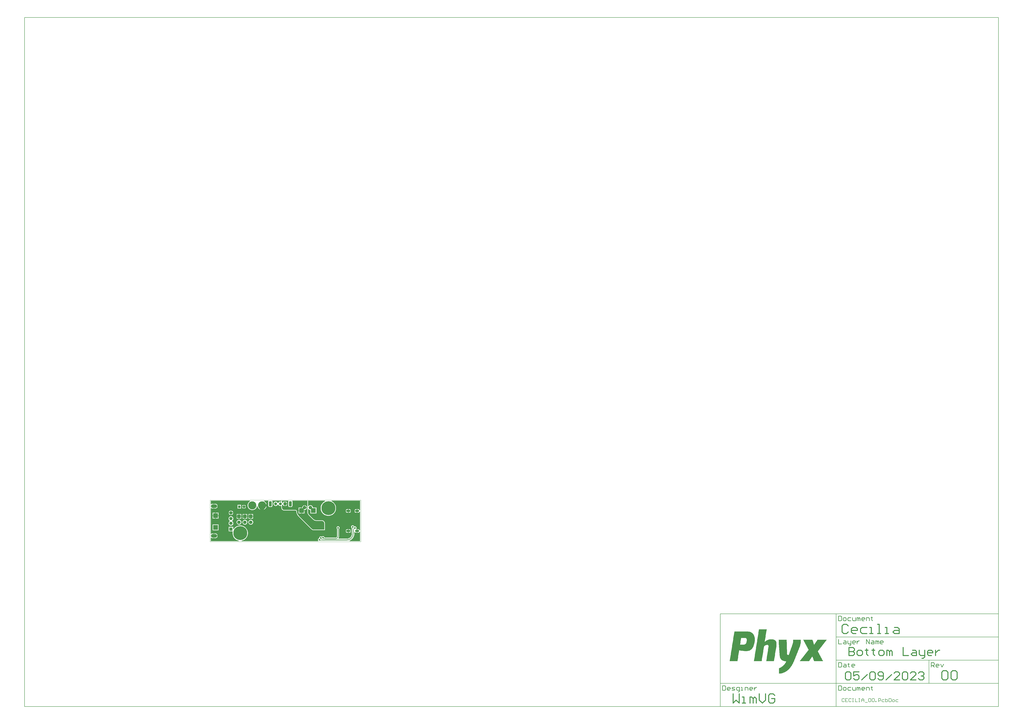
<source format=gbl>
G04*
G04 #@! TF.GenerationSoftware,Altium Limited,Altium Designer,23.8.1 (32)*
G04*
G04 Layer_Physical_Order=2*
G04 Layer_Color=3381759*
%FSLAX25Y25*%
%MOIN*%
G70*
G04*
G04 #@! TF.SameCoordinates,025227D9-4B7A-4FEB-AE1B-E4A00E2DEE92*
G04*
G04*
G04 #@! TF.FilePolarity,Positive*
G04*
G01*
G75*
%ADD10C,0.00787*%
%ADD11C,0.00591*%
%ADD12C,0.00394*%
%ADD13C,0.00984*%
%ADD14C,0.01575*%
%ADD81C,0.03937*%
%ADD82R,0.05906X0.05906*%
%ADD83C,0.05906*%
%ADD84C,0.13780*%
%ADD85O,0.07087X0.03937*%
%ADD86R,0.07874X0.07874*%
G04:AMPARAMS|DCode=87|XSize=86.61mil|YSize=47.24mil|CornerRadius=11.81mil|HoleSize=0mil|Usage=FLASHONLY|Rotation=270.000|XOffset=0mil|YOffset=0mil|HoleType=Round|Shape=RoundedRectangle|*
%AMROUNDEDRECTD87*
21,1,0.08661,0.02362,0,0,270.0*
21,1,0.06299,0.04724,0,0,270.0*
1,1,0.02362,-0.01181,-0.03150*
1,1,0.02362,-0.01181,0.03150*
1,1,0.02362,0.01181,0.03150*
1,1,0.02362,0.01181,-0.03150*
%
%ADD87ROUNDEDRECTD87*%
%ADD88C,0.05118*%
G04:AMPARAMS|DCode=89|XSize=51.18mil|YSize=51.18mil|CornerRadius=12.8mil|HoleSize=0mil|Usage=FLASHONLY|Rotation=180.000|XOffset=0mil|YOffset=0mil|HoleType=Round|Shape=RoundedRectangle|*
%AMROUNDEDRECTD89*
21,1,0.05118,0.02559,0,0,180.0*
21,1,0.02559,0.05118,0,0,180.0*
1,1,0.02559,-0.01280,0.01280*
1,1,0.02559,0.01280,0.01280*
1,1,0.02559,0.01280,-0.01280*
1,1,0.02559,-0.01280,-0.01280*
%
%ADD89ROUNDEDRECTD89*%
%ADD90O,0.10630X0.05906*%
%ADD91C,0.05591*%
%ADD92R,0.05591X0.05591*%
%ADD93R,0.03937X0.03937*%
G04:AMPARAMS|DCode=94|XSize=39.37mil|YSize=39.37mil|CornerRadius=9.84mil|HoleSize=0mil|Usage=FLASHONLY|Rotation=0.000|XOffset=0mil|YOffset=0mil|HoleType=Round|Shape=RoundedRectangle|*
%AMROUNDEDRECTD94*
21,1,0.03937,0.01968,0,0,0.0*
21,1,0.01968,0.03937,0,0,0.0*
1,1,0.01968,0.00984,-0.00984*
1,1,0.01968,-0.00984,-0.00984*
1,1,0.01968,-0.00984,0.00984*
1,1,0.01968,0.00984,0.00984*
%
%ADD94ROUNDEDRECTD94*%
%ADD95C,0.23622*%
%ADD96R,0.07874X0.07874*%
%ADD97C,0.02756*%
G36*
X165354Y50028D02*
X165387Y49369D01*
X165644Y48077D01*
X166148Y46860D01*
X166880Y45764D01*
X167323Y45276D01*
X174236Y38362D01*
X174964Y37703D01*
X176593Y36614D01*
X178405Y35864D01*
X180327Y35481D01*
X181307Y35433D01*
X190348D01*
X191109Y35282D01*
X191825Y34985D01*
X192470Y34554D01*
X193019Y34006D01*
X193450Y33361D01*
X193746Y32644D01*
X193898Y31884D01*
Y31496D01*
X193898Y20669D01*
X175013D01*
X174632Y20852D01*
X173903Y21281D01*
X173213Y21770D01*
X172567Y22315D01*
X172268Y22614D01*
X150567Y44315D01*
X150567Y44315D01*
X149889Y44993D01*
X148815Y46583D01*
X148063Y48347D01*
X147660Y50222D01*
X147640Y51181D01*
X147638D01*
X147624Y51471D01*
X147511Y52038D01*
X147289Y52573D01*
X146968Y53054D01*
X146558Y53464D01*
X146077Y53785D01*
X145542Y54007D01*
X144975Y54120D01*
X144685Y54134D01*
X142195D01*
X142028Y54156D01*
X141860Y54134D01*
X125596D01*
X124836Y54285D01*
X124119Y54582D01*
X123475Y55013D01*
X122926Y55561D01*
X122495Y56206D01*
X122198Y56923D01*
X122047Y57683D01*
Y62015D01*
X122558Y62681D01*
X122792Y63245D01*
X123096Y63261D01*
X123594Y63124D01*
X123739Y62398D01*
X124242Y61644D01*
X124996Y61140D01*
X125886Y60963D01*
X126665D01*
Y64567D01*
Y68171D01*
X125886D01*
X124996Y67994D01*
X124242Y67490D01*
X123739Y66736D01*
X123594Y66010D01*
X123096Y65872D01*
X122792Y65889D01*
X122558Y66453D01*
X122047Y67119D01*
Y69662D01*
X132551D01*
X132972Y68875D01*
X132814Y68638D01*
X132631Y67716D01*
Y61417D01*
X132814Y60496D01*
X133336Y59714D01*
X134118Y59192D01*
X135039Y59009D01*
X137402D01*
X138323Y59192D01*
X139105Y59714D01*
X139627Y60496D01*
X139810Y61417D01*
Y67716D01*
X139627Y68638D01*
X139469Y68875D01*
X139890Y69662D01*
X165354D01*
Y50028D01*
D02*
G37*
G36*
X254701Y53757D02*
X253914Y53600D01*
X253774Y53938D01*
X253298Y54558D01*
X252678Y55034D01*
X251956Y55333D01*
X251181Y55435D01*
X250106D01*
Y52441D01*
Y49447D01*
X251181D01*
X251956Y49549D01*
X252678Y49848D01*
X253298Y50324D01*
X253774Y50944D01*
X253914Y51281D01*
X254701Y51125D01*
Y19741D01*
X253914Y19585D01*
X253774Y19922D01*
X253298Y20542D01*
X252678Y21018D01*
X251956Y21317D01*
X251181Y21419D01*
X250106D01*
Y18425D01*
Y15431D01*
X251181D01*
X251956Y15533D01*
X252678Y15832D01*
X253298Y16308D01*
X253774Y16928D01*
X253914Y17266D01*
X254701Y17109D01*
Y1204D01*
X237066D01*
X236910Y1992D01*
X237984Y2437D01*
X239710Y3494D01*
X241250Y4809D01*
X242565Y6349D01*
X243623Y8075D01*
X244397Y9946D01*
X244870Y11915D01*
X245029Y13933D01*
X245018D01*
Y16183D01*
X245806Y16450D01*
X245914Y16308D01*
X246534Y15832D01*
X247257Y15533D01*
X248031Y15431D01*
X249106D01*
Y18425D01*
Y21419D01*
X248444D01*
X248237Y21691D01*
X248052Y22207D01*
X248299Y22634D01*
X248473Y23285D01*
Y23959D01*
X248299Y24610D01*
X247962Y25193D01*
X247486Y25670D01*
X246902Y26007D01*
X246251Y26181D01*
X245577D01*
X244927Y26007D01*
X244511Y26578D01*
X244174Y27162D01*
X243697Y27638D01*
X243114Y27975D01*
X242463Y28150D01*
X241789D01*
X241138Y27975D01*
X240555Y27638D01*
X240078Y27162D01*
X239741Y26578D01*
X239567Y25927D01*
Y25254D01*
X239741Y24603D01*
X240078Y24019D01*
X240555Y23543D01*
X240621Y23505D01*
Y13933D01*
X240634Y13866D01*
X240477Y12272D01*
X239992Y10675D01*
X239206Y9203D01*
X238147Y7912D01*
X236857Y6854D01*
X235384Y6067D01*
X233787Y5582D01*
X232193Y5425D01*
X232126Y5438D01*
X218338D01*
X217950Y6226D01*
X218321Y6709D01*
X218890Y8084D01*
X219084Y9559D01*
X219068D01*
Y21946D01*
X219410Y22288D01*
X219747Y22871D01*
X219921Y23522D01*
Y24196D01*
X219747Y24847D01*
X219410Y25430D01*
X218934Y25907D01*
X218350Y26244D01*
X217699Y26418D01*
X217025D01*
X216375Y26244D01*
X215791Y25907D01*
X215315Y25430D01*
X214978Y24847D01*
X214803Y24196D01*
Y23522D01*
X214978Y22871D01*
X215315Y22288D01*
X215656Y21946D01*
Y9559D01*
X215670Y9491D01*
X215508Y8680D01*
X215010Y7934D01*
X214265Y7436D01*
X213454Y7275D01*
X213386Y7288D01*
X195364D01*
X195327Y7281D01*
X194473Y7393D01*
X194278Y7474D01*
X194117Y8074D01*
X193780Y8658D01*
X193304Y9134D01*
X192720Y9471D01*
X192069Y9646D01*
X191395D01*
X190744Y9471D01*
X190161Y9134D01*
X189542Y8800D01*
X188959Y9137D01*
X188308Y9311D01*
X187634D01*
X186983Y9137D01*
X186400Y8800D01*
X185923Y8323D01*
X185587Y7740D01*
X185412Y7089D01*
Y6415D01*
X184726Y5935D01*
X184699Y5928D01*
X184116Y5591D01*
X183639Y5115D01*
X183302Y4531D01*
X183128Y3880D01*
Y3206D01*
X183302Y2555D01*
X183639Y1972D01*
X183293Y1204D01*
X53654D01*
X53592Y1992D01*
X54223Y2092D01*
X56168Y2723D01*
X57990Y3652D01*
X59645Y4854D01*
X61091Y6300D01*
X62293Y7954D01*
X63221Y9777D01*
X63853Y11722D01*
X64173Y13741D01*
Y15786D01*
X63853Y17806D01*
X63221Y19751D01*
X62293Y21573D01*
X61091Y23228D01*
X59645Y24674D01*
X57990Y25876D01*
X56168Y26804D01*
X54223Y27436D01*
X52204Y27756D01*
X50159D01*
X48139Y27436D01*
X46194Y26804D01*
X44372Y25876D01*
X42717Y24674D01*
X41271Y23228D01*
X40197Y21749D01*
X39409Y21941D01*
Y25630D01*
X31457D01*
Y17677D01*
X37882D01*
X38394Y17078D01*
X38189Y15786D01*
Y13741D01*
X38509Y11722D01*
X39141Y9777D01*
X40069Y7954D01*
X41271Y6300D01*
X42717Y4854D01*
X44372Y3652D01*
X46194Y2723D01*
X48139Y2092D01*
X48770Y1992D01*
X48708Y1204D01*
X1204D01*
Y6509D01*
X1992Y6898D01*
X2140Y6784D01*
X3102Y6385D01*
X4134Y6249D01*
X5996D01*
Y10236D01*
Y14223D01*
X4134D01*
X3102Y14087D01*
X2140Y13689D01*
X1992Y13575D01*
X1204Y13963D01*
Y56903D01*
X1992Y57291D01*
X2140Y57177D01*
X3102Y56779D01*
X4134Y56643D01*
X5996D01*
Y60630D01*
Y64617D01*
X4134D01*
X3102Y64481D01*
X2140Y64083D01*
X1992Y63968D01*
X1204Y64357D01*
Y69662D01*
X67500D01*
X67647Y69352D01*
X67698Y68875D01*
X66509Y68080D01*
X65385Y66956D01*
X64501Y65634D01*
X63893Y64165D01*
X63583Y62606D01*
Y61016D01*
X63893Y59457D01*
X64501Y57988D01*
X65385Y56666D01*
X66509Y55542D01*
X67831Y54659D01*
X69299Y54050D01*
X70859Y53740D01*
X72448D01*
X74008Y54050D01*
X75476Y54659D01*
X76798Y55542D01*
X77923Y56666D01*
X78806Y57988D01*
X79414Y59457D01*
X79612Y60452D01*
X80415D01*
X80602Y59510D01*
X81197Y58074D01*
X82061Y56782D01*
X83160Y55683D01*
X84452Y54819D01*
X85266Y54482D01*
X85193Y54617D01*
X84822Y55192D01*
X84394Y55763D01*
X83908Y56329D01*
X83366Y56891D01*
X87689D01*
Y61811D01*
X88189D01*
Y62311D01*
X96079D01*
Y62588D01*
X95776Y64112D01*
X95181Y65548D01*
X94317Y66840D01*
X93218Y67939D01*
X91926Y68803D01*
X91753Y68875D01*
X91910Y69662D01*
X98693D01*
X99114Y68875D01*
X98956Y68638D01*
X98773Y67716D01*
Y61417D01*
X98956Y60496D01*
X99478Y59714D01*
X100259Y59192D01*
X101181Y59009D01*
X103543D01*
X104465Y59192D01*
X105246Y59714D01*
X105769Y60496D01*
X105952Y61417D01*
Y67716D01*
X105769Y68638D01*
X105611Y68875D01*
X106031Y69662D01*
X121044D01*
Y68732D01*
X120256Y68180D01*
X119784Y68307D01*
X118799D01*
X117848Y68052D01*
X116995Y67560D01*
X116298Y66863D01*
X115806Y66011D01*
X115762Y65846D01*
X114947D01*
X114903Y66011D01*
X114410Y66863D01*
X113714Y67560D01*
X112861Y68052D01*
X111910Y68307D01*
X110925D01*
X109974Y68052D01*
X109121Y67560D01*
X108424Y66863D01*
X107932Y66011D01*
X107677Y65059D01*
Y64074D01*
X107932Y63123D01*
X108424Y62270D01*
X109121Y61574D01*
X109974Y61082D01*
X110925Y60827D01*
X111910D01*
X112861Y61082D01*
X113714Y61574D01*
X114410Y62270D01*
X114903Y63123D01*
X114947Y63288D01*
X115762D01*
X115806Y63123D01*
X116298Y62270D01*
X116995Y61574D01*
X117848Y61082D01*
X118799Y60827D01*
X119784D01*
X120256Y60953D01*
X121044Y60402D01*
Y57683D01*
X121063Y57586D01*
Y57487D01*
X121214Y56727D01*
X121252Y56635D01*
X121271Y56538D01*
X121568Y55822D01*
X121623Y55740D01*
X121661Y55648D01*
X122092Y55004D01*
X122162Y54934D01*
X122217Y54852D01*
X122765Y54303D01*
X122847Y54248D01*
X122917Y54178D01*
X123562Y53747D01*
X123653Y53710D01*
X123735Y53655D01*
X124452Y53358D01*
X124549Y53339D01*
X124640Y53301D01*
X125401Y53150D01*
X125499D01*
X125596Y53130D01*
X141860D01*
X141925Y53143D01*
X141991Y53139D01*
X142028Y53144D01*
X142064Y53139D01*
X142130Y53143D01*
X142195Y53130D01*
X144660D01*
X144851Y53121D01*
X145249Y53042D01*
X145602Y52896D01*
X145919Y52684D01*
X146188Y52415D01*
X146400Y52098D01*
X146546Y51746D01*
X146625Y51347D01*
X146635Y51132D01*
X146637Y51125D01*
X146656Y50202D01*
X146677Y50108D01*
X146678Y50011D01*
X147081Y48136D01*
X147120Y48048D01*
X147140Y47954D01*
X147892Y46189D01*
X147946Y46110D01*
X147983Y46021D01*
X149057Y44431D01*
X149126Y44364D01*
X149179Y44284D01*
X149857Y43606D01*
X149857Y43606D01*
X171558Y21904D01*
X171857Y21605D01*
X171893Y21582D01*
X171920Y21548D01*
X172566Y21003D01*
X172603Y20982D01*
X172633Y20951D01*
X173323Y20462D01*
X173362Y20445D01*
X173394Y20416D01*
X174123Y19987D01*
X174163Y19973D01*
X174197Y19947D01*
X174579Y19764D01*
X174606Y19758D01*
X174629Y19742D01*
X174794Y19709D01*
X174958Y19667D01*
X174986Y19671D01*
X175013Y19666D01*
X193898D01*
X194282Y19742D01*
X194607Y19960D01*
X194825Y20285D01*
X194901Y20669D01*
X194901Y31496D01*
Y31884D01*
X194882Y31981D01*
Y32080D01*
X194731Y32840D01*
X194693Y32932D01*
X194674Y33029D01*
X194377Y33745D01*
X194322Y33827D01*
X194284Y33918D01*
X193853Y34563D01*
X193783Y34633D01*
X193728Y34715D01*
X193180Y35264D01*
X193098Y35319D01*
X193028Y35388D01*
X192383Y35819D01*
X192292Y35857D01*
X192209Y35912D01*
X191493Y36209D01*
X191396Y36228D01*
X191305Y36266D01*
X190544Y36417D01*
X190445D01*
X190348Y36437D01*
X181332D01*
X180450Y36480D01*
X178697Y36829D01*
X177069Y37503D01*
X175583Y38496D01*
X174929Y39089D01*
X168050Y45968D01*
X167673Y46383D01*
X167037Y47335D01*
X166609Y48370D01*
X166385Y49492D01*
X166358Y50053D01*
Y55287D01*
X167052Y55509D01*
X167145Y55512D01*
X167895Y54763D01*
X168837Y54219D01*
X169889Y53937D01*
X170236D01*
Y48031D01*
X180472D01*
Y58268D01*
X174567D01*
Y58615D01*
X174285Y59667D01*
X173741Y60609D01*
X172971Y61379D01*
X172029Y61923D01*
X170977Y62205D01*
X169889D01*
X168837Y61923D01*
X167895Y61379D01*
X167145Y60629D01*
X167052Y60633D01*
X166358Y60855D01*
Y69662D01*
X195116D01*
X195305Y68875D01*
X193978Y68199D01*
X192324Y66996D01*
X190878Y65550D01*
X189675Y63896D01*
X188747Y62074D01*
X188115Y60129D01*
X187795Y58109D01*
Y56064D01*
X188115Y54044D01*
X188747Y52099D01*
X189675Y50277D01*
X190878Y48623D01*
X192324Y47177D01*
X193978Y45975D01*
X195800Y45046D01*
X197745Y44414D01*
X199765Y44094D01*
X201810D01*
X203830Y44414D01*
X205775Y45046D01*
X207597Y45975D01*
X209251Y47177D01*
X210697Y48623D01*
X211899Y50277D01*
X212828Y52099D01*
X213460Y54044D01*
X213779Y56064D01*
Y58109D01*
X213460Y60129D01*
X212828Y62074D01*
X211899Y63896D01*
X210697Y65550D01*
X209251Y66996D01*
X207597Y68199D01*
X206270Y68875D01*
X206459Y69662D01*
X254701D01*
Y53757D01*
D02*
G37*
G36*
X242963Y24476D02*
X242749Y24224D01*
X242662Y24101D01*
X242589Y23981D01*
X242528Y23864D01*
X242481Y23749D01*
X242448Y23636D01*
X242428Y23526D01*
X242421Y23418D01*
X241831D01*
X241824Y23526D01*
X241804Y23636D01*
X241771Y23749D01*
X241724Y23864D01*
X241663Y23981D01*
X241590Y24101D01*
X241503Y24224D01*
X241402Y24349D01*
X241161Y24607D01*
X243091Y24607D01*
X242963Y24476D01*
D02*
G37*
G36*
X245736Y22256D02*
X245602Y22268D01*
X245474Y22271D01*
X245351Y22264D01*
X245233Y22246D01*
X245121Y22219D01*
X245014Y22181D01*
X244913Y22133D01*
X244816Y22076D01*
X244725Y22008D01*
X244640Y21930D01*
X244222Y22347D01*
X244300Y22433D01*
X244368Y22524D01*
X244426Y22620D01*
X244473Y22722D01*
X244511Y22829D01*
X244539Y22941D01*
X244556Y23059D01*
X244563Y23182D01*
X244561Y23310D01*
X244548Y23444D01*
X245736Y22256D01*
D02*
G37*
G36*
X218237Y22780D02*
X218157Y22682D01*
X218086Y22579D01*
X218025Y22472D01*
X217973Y22361D01*
X217930Y22246D01*
X217897Y22127D01*
X217873Y22004D01*
X217859Y21877D01*
X217854Y21745D01*
X216870D01*
X216865Y21877D01*
X216851Y22004D01*
X216828Y22127D01*
X216795Y22246D01*
X216752Y22361D01*
X216700Y22472D01*
X216639Y22579D01*
X216568Y22682D01*
X216488Y22780D01*
X216398Y22875D01*
X218327D01*
X218237Y22780D01*
D02*
G37*
G36*
X193122Y7124D02*
X193155Y7000D01*
X193199Y6885D01*
X193254Y6779D01*
X193318Y6683D01*
X193394Y6597D01*
X193480Y6520D01*
X193577Y6452D01*
X193684Y6394D01*
X193802Y6345D01*
X193180Y5531D01*
X193049Y5583D01*
X192790Y5665D01*
X192664Y5695D01*
X192538Y5718D01*
X192414Y5734D01*
X192291Y5742D01*
X192169Y5743D01*
X192049Y5737D01*
X191931Y5723D01*
X193100Y7258D01*
X193122Y7124D01*
D02*
G37*
G36*
X189062Y5883D02*
X188994Y5740D01*
X188945Y5605D01*
X188913Y5477D01*
X188900Y5358D01*
X188904Y5246D01*
X188926Y5142D01*
X188967Y5046D01*
X189025Y4957D01*
X189102Y4877D01*
X188457Y4690D01*
X188385Y4767D01*
X188210Y4927D01*
X188107Y5011D01*
X187738Y5276D01*
X187440Y5464D01*
X187276Y5562D01*
X189147Y6033D01*
X189062Y5883D01*
D02*
G37*
G36*
X187078Y3638D02*
X187125Y3485D01*
X187179Y3348D01*
X187241Y3228D01*
X187311Y3125D01*
X187388Y3038D01*
X187473Y2968D01*
X187566Y2915D01*
X187667Y2878D01*
X187775Y2858D01*
X187431Y2311D01*
X187325Y2326D01*
X187212Y2336D01*
X187089Y2339D01*
X186816Y2328D01*
X186667Y2314D01*
X186164Y2235D01*
X185979Y2197D01*
X187039Y3809D01*
X187078Y3638D01*
D02*
G37*
G36*
X1047062Y-166394D02*
X1046775D01*
Y-166681D01*
X1046489D01*
Y-166967D01*
Y-167253D01*
X1046203D01*
Y-167539D01*
X1045916D01*
Y-167826D01*
X1045630D01*
Y-168112D01*
Y-168398D01*
X1045344D01*
Y-168685D01*
X1045057D01*
Y-168971D01*
X1044771D01*
Y-169257D01*
X1044485D01*
Y-169544D01*
Y-169830D01*
X1044198D01*
Y-170116D01*
X1043912D01*
Y-170403D01*
X1043626D01*
Y-170689D01*
Y-170975D01*
X1043340D01*
Y-171262D01*
X1043053D01*
Y-171548D01*
X1042767D01*
Y-171834D01*
X1042480D01*
Y-172120D01*
Y-172407D01*
X1042194D01*
Y-172693D01*
X1041908D01*
Y-172979D01*
X1041622D01*
Y-173266D01*
Y-173552D01*
X1041335D01*
Y-173838D01*
X1041049D01*
Y-174125D01*
X1040763D01*
Y-174411D01*
Y-174697D01*
X1040476D01*
Y-174984D01*
X1040190D01*
Y-175270D01*
X1039904D01*
Y-175556D01*
X1039617D01*
Y-175842D01*
Y-176129D01*
X1039331D01*
Y-176415D01*
X1039045D01*
Y-176701D01*
X1038758D01*
Y-176988D01*
Y-177274D01*
X1038472D01*
Y-177560D01*
X1038186D01*
Y-177847D01*
X1037899D01*
Y-178133D01*
Y-178419D01*
X1037613D01*
Y-178706D01*
X1037327D01*
Y-178992D01*
X1037041D01*
Y-179278D01*
X1036754D01*
Y-179565D01*
Y-179851D01*
X1036468D01*
Y-180137D01*
X1036182D01*
Y-180423D01*
X1035895D01*
Y-180710D01*
Y-180996D01*
X1035609D01*
Y-181282D01*
X1035323D01*
Y-181569D01*
X1035036D01*
Y-181855D01*
Y-182141D01*
X1034750D01*
Y-182428D01*
X1034464D01*
Y-182714D01*
X1034177D01*
Y-183000D01*
X1033891D01*
Y-183287D01*
Y-183573D01*
X1033605D01*
Y-183859D01*
X1033319D01*
Y-184146D01*
X1033032D01*
Y-184432D01*
Y-184718D01*
X1032746D01*
Y-185004D01*
X1032460D01*
Y-185291D01*
X1032173D01*
Y-185577D01*
X1031887D01*
Y-185863D01*
Y-186150D01*
X1032173D01*
Y-186436D01*
Y-186722D01*
X1032460D01*
Y-187009D01*
Y-187295D01*
X1032746D01*
Y-187581D01*
X1033032D01*
Y-187868D01*
Y-188154D01*
X1033319D01*
Y-188440D01*
Y-188727D01*
X1033605D01*
Y-189013D01*
Y-189299D01*
X1033891D01*
Y-189585D01*
Y-189872D01*
X1034177D01*
Y-190158D01*
Y-190444D01*
X1034464D01*
Y-190731D01*
Y-191017D01*
X1034750D01*
Y-191303D01*
Y-191590D01*
X1035036D01*
Y-191876D01*
Y-192162D01*
X1035323D01*
Y-192449D01*
X1035609D01*
Y-192735D01*
Y-193021D01*
X1035895D01*
Y-193308D01*
Y-193594D01*
X1036182D01*
Y-193880D01*
Y-194167D01*
X1036468D01*
Y-194453D01*
Y-194739D01*
X1036754D01*
Y-195025D01*
Y-195312D01*
X1037041D01*
Y-195598D01*
Y-195884D01*
X1037327D01*
Y-196171D01*
Y-196457D01*
X1037613D01*
Y-196743D01*
X1037899D01*
Y-197030D01*
Y-197316D01*
X1038186D01*
Y-197602D01*
Y-197889D01*
X1038472D01*
Y-198175D01*
Y-198461D01*
X1038758D01*
Y-198748D01*
Y-199034D01*
X1039045D01*
Y-199320D01*
Y-199606D01*
X1039331D01*
Y-199893D01*
Y-200179D01*
X1039617D01*
Y-200465D01*
Y-200752D01*
X1039904D01*
Y-201038D01*
X1040190D01*
Y-201324D01*
Y-201611D01*
X1040476D01*
Y-201897D01*
Y-202183D01*
X1040763D01*
Y-202470D01*
X1025588D01*
Y-202183D01*
X1025302D01*
Y-201897D01*
Y-201611D01*
Y-201324D01*
X1025016D01*
Y-201038D01*
Y-200752D01*
Y-200465D01*
X1024729D01*
Y-200179D01*
Y-199893D01*
X1024443D01*
Y-199606D01*
Y-199320D01*
Y-199034D01*
X1024156D01*
Y-198748D01*
Y-198461D01*
Y-198175D01*
X1023870D01*
Y-197889D01*
Y-197602D01*
X1023584D01*
Y-197316D01*
Y-197030D01*
Y-196743D01*
X1023298D01*
Y-196457D01*
Y-196171D01*
Y-195884D01*
X1023011D01*
Y-195598D01*
Y-195312D01*
Y-195025D01*
X1022725D01*
Y-194739D01*
X1022152D01*
Y-195025D01*
Y-195312D01*
X1021866D01*
Y-195598D01*
X1021580D01*
Y-195884D01*
Y-196171D01*
X1021293D01*
Y-196457D01*
X1021007D01*
Y-196743D01*
Y-197030D01*
X1020721D01*
Y-197316D01*
X1020434D01*
Y-197602D01*
Y-197889D01*
X1020148D01*
Y-198175D01*
X1019862D01*
Y-198461D01*
X1019576D01*
Y-198748D01*
Y-199034D01*
X1019289D01*
Y-199320D01*
X1019003D01*
Y-199606D01*
Y-199893D01*
X1018717D01*
Y-200179D01*
X1018430D01*
Y-200465D01*
Y-200752D01*
X1018144D01*
Y-201038D01*
X1017858D01*
Y-201324D01*
Y-201611D01*
X1017571D01*
Y-201897D01*
X1017285D01*
Y-202183D01*
Y-202470D01*
X1001252D01*
Y-202183D01*
X1001538D01*
Y-201897D01*
X1001824D01*
Y-201611D01*
X1002110D01*
Y-201324D01*
X1002397D01*
Y-201038D01*
Y-200752D01*
X1002683D01*
Y-200465D01*
X1002969D01*
Y-200179D01*
X1003256D01*
Y-199893D01*
X1003542D01*
Y-199606D01*
Y-199320D01*
X1003828D01*
Y-199034D01*
X1004115D01*
Y-198748D01*
X1004401D01*
Y-198461D01*
Y-198175D01*
X1004687D01*
Y-197889D01*
X1004974D01*
Y-197602D01*
X1005260D01*
Y-197316D01*
X1005546D01*
Y-197030D01*
Y-196743D01*
X1005832D01*
Y-196457D01*
X1006119D01*
Y-196171D01*
X1006405D01*
Y-195884D01*
X1006691D01*
Y-195598D01*
Y-195312D01*
X1006978D01*
Y-195025D01*
X1007264D01*
Y-194739D01*
X1007550D01*
Y-194453D01*
Y-194167D01*
X1007837D01*
Y-193880D01*
X1008123D01*
Y-193594D01*
X1008409D01*
Y-193308D01*
X1008696D01*
Y-193021D01*
Y-192735D01*
X1008982D01*
Y-192449D01*
X1009268D01*
Y-192162D01*
X1009555D01*
Y-191876D01*
Y-191590D01*
X1009841D01*
Y-191303D01*
X1010127D01*
Y-191017D01*
X1010413D01*
Y-190731D01*
X1010700D01*
Y-190444D01*
Y-190158D01*
X1010986D01*
Y-189872D01*
X1011272D01*
Y-189585D01*
X1011559D01*
Y-189299D01*
Y-189013D01*
X1011845D01*
Y-188727D01*
X1012131D01*
Y-188440D01*
X1012418D01*
Y-188154D01*
X1012704D01*
Y-187868D01*
Y-187581D01*
X1012990D01*
Y-187295D01*
X1013277D01*
Y-187009D01*
X1013563D01*
Y-186722D01*
X1013849D01*
Y-186436D01*
Y-186150D01*
X1014136D01*
Y-185863D01*
X1014422D01*
Y-185577D01*
X1014708D01*
Y-185291D01*
Y-185004D01*
X1014995D01*
Y-184718D01*
X1015281D01*
Y-184432D01*
X1015567D01*
Y-184146D01*
X1015853D01*
Y-183859D01*
Y-183573D01*
X1016140D01*
Y-183287D01*
Y-183000D01*
Y-182714D01*
X1015853D01*
Y-182428D01*
X1015567D01*
Y-182141D01*
Y-181855D01*
X1015281D01*
Y-181569D01*
Y-181282D01*
X1014995D01*
Y-180996D01*
Y-180710D01*
X1014708D01*
Y-180423D01*
Y-180137D01*
X1014422D01*
Y-179851D01*
Y-179565D01*
X1014136D01*
Y-179278D01*
Y-178992D01*
X1013849D01*
Y-178706D01*
X1013563D01*
Y-178419D01*
Y-178133D01*
X1013277D01*
Y-177847D01*
Y-177560D01*
X1012990D01*
Y-177274D01*
Y-176988D01*
X1012704D01*
Y-176701D01*
Y-176415D01*
X1012418D01*
Y-176129D01*
Y-175842D01*
X1012131D01*
Y-175556D01*
Y-175270D01*
X1011845D01*
Y-174984D01*
X1011559D01*
Y-174697D01*
Y-174411D01*
X1011272D01*
Y-174125D01*
Y-173838D01*
X1010986D01*
Y-173552D01*
Y-173266D01*
X1010700D01*
Y-172979D01*
Y-172693D01*
X1010413D01*
Y-172407D01*
Y-172120D01*
X1010127D01*
Y-171834D01*
Y-171548D01*
X1009841D01*
Y-171262D01*
Y-170975D01*
X1009555D01*
Y-170689D01*
X1009268D01*
Y-170403D01*
Y-170116D01*
X1008982D01*
Y-169830D01*
Y-169544D01*
X1008696D01*
Y-169257D01*
Y-168971D01*
X1008409D01*
Y-168685D01*
Y-168398D01*
X1008123D01*
Y-168112D01*
Y-167826D01*
X1007837D01*
Y-167539D01*
Y-167253D01*
X1007550D01*
Y-166967D01*
X1007264D01*
Y-166681D01*
Y-166394D01*
X1006978D01*
Y-166108D01*
X1022725D01*
Y-166394D01*
X1023011D01*
Y-166681D01*
Y-166967D01*
Y-167253D01*
X1023298D01*
Y-167539D01*
Y-167826D01*
Y-168112D01*
X1023584D01*
Y-168398D01*
Y-168685D01*
Y-168971D01*
X1023870D01*
Y-169257D01*
Y-169544D01*
Y-169830D01*
X1024156D01*
Y-170116D01*
Y-170403D01*
Y-170689D01*
X1024443D01*
Y-170975D01*
Y-171262D01*
Y-171548D01*
X1024729D01*
Y-171834D01*
Y-172120D01*
Y-172407D01*
X1025016D01*
Y-172693D01*
Y-172979D01*
Y-173266D01*
X1025302D01*
Y-173552D01*
Y-173838D01*
Y-174125D01*
Y-174411D01*
X1025874D01*
Y-174125D01*
X1026161D01*
Y-173838D01*
X1026447D01*
Y-173552D01*
Y-173266D01*
X1026733D01*
Y-172979D01*
X1027020D01*
Y-172693D01*
Y-172407D01*
X1027306D01*
Y-172120D01*
X1027592D01*
Y-171834D01*
Y-171548D01*
X1027879D01*
Y-171262D01*
X1028165D01*
Y-170975D01*
Y-170689D01*
X1028451D01*
Y-170403D01*
X1028738D01*
Y-170116D01*
Y-169830D01*
X1029024D01*
Y-169544D01*
X1029310D01*
Y-169257D01*
Y-168971D01*
X1029597D01*
Y-168685D01*
X1029883D01*
Y-168398D01*
Y-168112D01*
X1030169D01*
Y-167826D01*
X1030455D01*
Y-167539D01*
Y-167253D01*
X1030742D01*
Y-166967D01*
X1031028D01*
Y-166681D01*
Y-166394D01*
X1031314D01*
Y-166108D01*
X1047062D01*
Y-166394D01*
D02*
G37*
G36*
X913926Y-152365D02*
X915644D01*
Y-152651D01*
X916503D01*
Y-152937D01*
X917362D01*
Y-153224D01*
X918221D01*
Y-153510D01*
X918793D01*
Y-153796D01*
X919080D01*
Y-154083D01*
X919652D01*
Y-154369D01*
X919939D01*
Y-154655D01*
X920511D01*
Y-154942D01*
X920798D01*
Y-155228D01*
X921084D01*
Y-155514D01*
X921370D01*
Y-155801D01*
X921657D01*
Y-156087D01*
X921943D01*
Y-156373D01*
X922229D01*
Y-156659D01*
Y-156946D01*
X922515D01*
Y-157232D01*
X922802D01*
Y-157518D01*
Y-157805D01*
X923088D01*
Y-158091D01*
X923374D01*
Y-158377D01*
Y-158664D01*
X923661D01*
Y-158950D01*
Y-159236D01*
Y-159523D01*
X923947D01*
Y-159809D01*
Y-160095D01*
Y-160382D01*
X924233D01*
Y-160668D01*
Y-160954D01*
Y-161240D01*
Y-161527D01*
X924520D01*
Y-161813D01*
Y-162100D01*
Y-162386D01*
Y-162672D01*
Y-162958D01*
X924806D01*
Y-163245D01*
Y-163531D01*
Y-163817D01*
Y-164104D01*
Y-164390D01*
Y-164676D01*
Y-164963D01*
Y-165249D01*
Y-165535D01*
Y-165822D01*
Y-166108D01*
Y-166394D01*
Y-166681D01*
Y-166967D01*
Y-167253D01*
Y-167539D01*
Y-167826D01*
Y-168112D01*
Y-168398D01*
Y-168685D01*
X924520D01*
Y-168971D01*
Y-169257D01*
Y-169544D01*
Y-169830D01*
Y-170116D01*
Y-170403D01*
Y-170689D01*
X924233D01*
Y-170975D01*
Y-171262D01*
Y-171548D01*
Y-171834D01*
Y-172120D01*
X923947D01*
Y-172407D01*
Y-172693D01*
Y-172979D01*
Y-173266D01*
Y-173552D01*
X923661D01*
Y-173838D01*
Y-174125D01*
Y-174411D01*
X923374D01*
Y-174697D01*
Y-174984D01*
Y-175270D01*
Y-175556D01*
X923088D01*
Y-175842D01*
Y-176129D01*
Y-176415D01*
X922802D01*
Y-176701D01*
Y-176988D01*
X922515D01*
Y-177274D01*
Y-177560D01*
Y-177847D01*
X922229D01*
Y-178133D01*
Y-178419D01*
X921943D01*
Y-178706D01*
Y-178992D01*
X921657D01*
Y-179278D01*
Y-179565D01*
X921370D01*
Y-179851D01*
X921084D01*
Y-180137D01*
Y-180423D01*
X920798D01*
Y-180710D01*
X920511D01*
Y-180996D01*
X920225D01*
Y-181282D01*
Y-181569D01*
X919939D01*
Y-181855D01*
X919652D01*
Y-182141D01*
X919366D01*
Y-182428D01*
X919080D01*
Y-182714D01*
X918793D01*
Y-183000D01*
X918221D01*
Y-183287D01*
X917934D01*
Y-183573D01*
X917362D01*
Y-183859D01*
X917076D01*
Y-184146D01*
X916503D01*
Y-184432D01*
X915644D01*
Y-184718D01*
X914785D01*
Y-185004D01*
X913926D01*
Y-185291D01*
X912208D01*
Y-185577D01*
X907055D01*
Y-185291D01*
X904478D01*
Y-185004D01*
X902474D01*
Y-184718D01*
X901042D01*
Y-184432D01*
X899610D01*
Y-184146D01*
X898179D01*
Y-184432D01*
Y-184718D01*
Y-185004D01*
Y-185291D01*
Y-185577D01*
Y-185863D01*
Y-186150D01*
X897892D01*
Y-186436D01*
Y-186722D01*
Y-187009D01*
Y-187295D01*
Y-187581D01*
Y-187868D01*
X897606D01*
Y-188154D01*
Y-188440D01*
Y-188727D01*
Y-189013D01*
Y-189299D01*
Y-189585D01*
X897320D01*
Y-189872D01*
Y-190158D01*
Y-190444D01*
Y-190731D01*
Y-191017D01*
Y-191303D01*
Y-191590D01*
X897034D01*
Y-191876D01*
Y-192162D01*
Y-192449D01*
Y-192735D01*
Y-193021D01*
Y-193308D01*
X896747D01*
Y-193594D01*
Y-193880D01*
Y-194167D01*
Y-194453D01*
Y-194739D01*
Y-195025D01*
X896461D01*
Y-195312D01*
Y-195598D01*
Y-195884D01*
Y-196171D01*
Y-196457D01*
Y-196743D01*
Y-197030D01*
X896175D01*
Y-197316D01*
Y-197602D01*
Y-197889D01*
Y-198175D01*
Y-198461D01*
Y-198748D01*
X895888D01*
Y-199034D01*
Y-199320D01*
Y-199606D01*
Y-199893D01*
Y-200179D01*
Y-200465D01*
X895602D01*
Y-200752D01*
Y-201038D01*
Y-201324D01*
Y-201611D01*
Y-201897D01*
Y-202183D01*
Y-202470D01*
X882145D01*
Y-202183D01*
X882432D01*
Y-201897D01*
Y-201611D01*
Y-201324D01*
Y-201038D01*
Y-200752D01*
X882718D01*
Y-200465D01*
Y-200179D01*
Y-199893D01*
Y-199606D01*
Y-199320D01*
Y-199034D01*
Y-198748D01*
X883004D01*
Y-198461D01*
Y-198175D01*
Y-197889D01*
Y-197602D01*
Y-197316D01*
Y-197030D01*
X883291D01*
Y-196743D01*
Y-196457D01*
Y-196171D01*
Y-195884D01*
Y-195598D01*
Y-195312D01*
X883577D01*
Y-195025D01*
Y-194739D01*
Y-194453D01*
Y-194167D01*
Y-193880D01*
Y-193594D01*
Y-193308D01*
X883863D01*
Y-193021D01*
Y-192735D01*
Y-192449D01*
Y-192162D01*
Y-191876D01*
Y-191590D01*
X884149D01*
Y-191303D01*
Y-191017D01*
Y-190731D01*
Y-190444D01*
Y-190158D01*
Y-189872D01*
X884436D01*
Y-189585D01*
Y-189299D01*
Y-189013D01*
Y-188727D01*
Y-188440D01*
Y-188154D01*
X884722D01*
Y-187868D01*
Y-187581D01*
Y-187295D01*
Y-187009D01*
Y-186722D01*
Y-186436D01*
Y-186150D01*
X885009D01*
Y-185863D01*
Y-185577D01*
Y-185291D01*
Y-185004D01*
Y-184718D01*
Y-184432D01*
X885295D01*
Y-184146D01*
Y-183859D01*
Y-183573D01*
Y-183287D01*
Y-183000D01*
Y-182714D01*
X885581D01*
Y-182428D01*
Y-182141D01*
Y-181855D01*
Y-181569D01*
Y-181282D01*
Y-180996D01*
X885867D01*
Y-180710D01*
Y-180423D01*
Y-180137D01*
Y-179851D01*
Y-179565D01*
Y-179278D01*
Y-178992D01*
X886154D01*
Y-178706D01*
Y-178419D01*
Y-178133D01*
Y-177847D01*
Y-177560D01*
Y-177274D01*
X886440D01*
Y-176988D01*
Y-176701D01*
Y-176415D01*
Y-176129D01*
Y-175842D01*
Y-175556D01*
X886726D01*
Y-175270D01*
Y-174984D01*
Y-174697D01*
Y-174411D01*
Y-174125D01*
Y-173838D01*
Y-173552D01*
X887013D01*
Y-173266D01*
Y-172979D01*
Y-172693D01*
Y-172407D01*
Y-172120D01*
Y-171834D01*
X887299D01*
Y-171548D01*
Y-171262D01*
Y-170975D01*
Y-170689D01*
Y-170403D01*
Y-170116D01*
X887585D01*
Y-169830D01*
Y-169544D01*
Y-169257D01*
Y-168971D01*
Y-168685D01*
Y-168398D01*
X887872D01*
Y-168112D01*
Y-167826D01*
Y-167539D01*
Y-167253D01*
Y-166967D01*
Y-166681D01*
Y-166394D01*
X888158D01*
Y-166108D01*
Y-165822D01*
Y-165535D01*
Y-165249D01*
Y-164963D01*
Y-164676D01*
X888444D01*
Y-164390D01*
Y-164104D01*
Y-163817D01*
Y-163531D01*
Y-163245D01*
Y-162958D01*
X888731D01*
Y-162672D01*
Y-162386D01*
Y-162100D01*
Y-161813D01*
Y-161527D01*
Y-161240D01*
Y-160954D01*
X889017D01*
Y-160668D01*
Y-160382D01*
Y-160095D01*
Y-159809D01*
Y-159523D01*
Y-159236D01*
X889303D01*
Y-158950D01*
Y-158664D01*
Y-158377D01*
Y-158091D01*
Y-157805D01*
Y-157518D01*
X889590D01*
Y-157232D01*
Y-156946D01*
Y-156659D01*
Y-156373D01*
Y-156087D01*
Y-155801D01*
Y-155514D01*
X889876D01*
Y-155228D01*
Y-154942D01*
Y-154655D01*
Y-154369D01*
Y-154083D01*
Y-153796D01*
X890162D01*
Y-153510D01*
Y-153224D01*
Y-152937D01*
Y-152651D01*
Y-152365D01*
Y-152078D01*
X913926D01*
Y-152365D01*
D02*
G37*
G36*
X1002969Y-166394D02*
Y-166681D01*
Y-166967D01*
Y-167253D01*
Y-167539D01*
Y-167826D01*
Y-168112D01*
Y-168398D01*
Y-168685D01*
Y-168971D01*
Y-169257D01*
Y-169544D01*
Y-169830D01*
Y-170116D01*
Y-170403D01*
Y-170689D01*
Y-170975D01*
Y-171262D01*
Y-171548D01*
Y-171834D01*
Y-172120D01*
X1002683D01*
Y-172407D01*
Y-172693D01*
Y-172979D01*
Y-173266D01*
Y-173552D01*
X1002397D01*
Y-173838D01*
Y-174125D01*
Y-174411D01*
Y-174697D01*
X1002110D01*
Y-174984D01*
Y-175270D01*
Y-175556D01*
Y-175842D01*
X1001824D01*
Y-176129D01*
Y-176415D01*
Y-176701D01*
X1001538D01*
Y-176988D01*
Y-177274D01*
Y-177560D01*
X1001252D01*
Y-177847D01*
Y-178133D01*
Y-178419D01*
X1000965D01*
Y-178706D01*
Y-178992D01*
Y-179278D01*
X1000679D01*
Y-179565D01*
Y-179851D01*
X1000393D01*
Y-180137D01*
Y-180423D01*
X1000106D01*
Y-180710D01*
Y-180996D01*
Y-181282D01*
X999820D01*
Y-181569D01*
Y-181855D01*
X999534D01*
Y-182141D01*
Y-182428D01*
Y-182714D01*
X999247D01*
Y-183000D01*
Y-183287D01*
X998961D01*
Y-183573D01*
Y-183859D01*
Y-184146D01*
X998675D01*
Y-184432D01*
Y-184718D01*
X998388D01*
Y-185004D01*
Y-185291D01*
Y-185577D01*
X998102D01*
Y-185863D01*
Y-186150D01*
X997816D01*
Y-186436D01*
Y-186722D01*
Y-187009D01*
X997529D01*
Y-187295D01*
Y-187581D01*
X997243D01*
Y-187868D01*
Y-188154D01*
Y-188440D01*
X996957D01*
Y-188727D01*
Y-189013D01*
X996671D01*
Y-189299D01*
Y-189585D01*
Y-189872D01*
X996384D01*
Y-190158D01*
Y-190444D01*
X996098D01*
Y-190731D01*
Y-191017D01*
Y-191303D01*
X995811D01*
Y-191590D01*
Y-191876D01*
X995525D01*
Y-192162D01*
Y-192449D01*
Y-192735D01*
X995239D01*
Y-193021D01*
Y-193308D01*
X994953D01*
Y-193594D01*
Y-193880D01*
Y-194167D01*
X994666D01*
Y-194453D01*
Y-194739D01*
X994380D01*
Y-195025D01*
Y-195312D01*
Y-195598D01*
X994094D01*
Y-195884D01*
Y-196171D01*
X993807D01*
Y-196457D01*
Y-196743D01*
Y-197030D01*
X993521D01*
Y-197316D01*
Y-197602D01*
X993235D01*
Y-197889D01*
Y-198175D01*
Y-198461D01*
X992948D01*
Y-198748D01*
Y-199034D01*
X992662D01*
Y-199320D01*
Y-199606D01*
Y-199893D01*
X992376D01*
Y-200179D01*
Y-200465D01*
X992089D01*
Y-200752D01*
Y-201038D01*
Y-201324D01*
X991803D01*
Y-201611D01*
Y-201897D01*
X991517D01*
Y-202183D01*
Y-202470D01*
Y-202756D01*
X991230D01*
Y-203042D01*
Y-203328D01*
X990944D01*
Y-203615D01*
Y-203901D01*
X990658D01*
Y-204187D01*
Y-204474D01*
X990372D01*
Y-204760D01*
Y-205046D01*
Y-205333D01*
X990085D01*
Y-205619D01*
X989799D01*
Y-205905D01*
Y-206192D01*
Y-206478D01*
X989513D01*
Y-206764D01*
X989226D01*
Y-207051D01*
Y-207337D01*
X988940D01*
Y-207623D01*
Y-207909D01*
X988654D01*
Y-208196D01*
Y-208482D01*
X988367D01*
Y-208769D01*
Y-209055D01*
X988081D01*
Y-209341D01*
X987795D01*
Y-209627D01*
Y-209914D01*
X987508D01*
Y-210200D01*
Y-210486D01*
X987222D01*
Y-210773D01*
X986936D01*
Y-211059D01*
X986650D01*
Y-211345D01*
Y-211632D01*
X986363D01*
Y-211918D01*
X986077D01*
Y-212204D01*
Y-212491D01*
X985791D01*
Y-212777D01*
X985504D01*
Y-213063D01*
X985218D01*
Y-213350D01*
Y-213636D01*
X984932D01*
Y-213922D01*
X984645D01*
Y-214208D01*
X984359D01*
Y-214495D01*
X984073D01*
Y-214781D01*
X983786D01*
Y-215067D01*
Y-215354D01*
X983500D01*
Y-215640D01*
X983214D01*
Y-215926D01*
X982928D01*
Y-216213D01*
X982641D01*
Y-216499D01*
X982355D01*
Y-216785D01*
X982069D01*
Y-217072D01*
X981782D01*
Y-217358D01*
X981210D01*
Y-217644D01*
X980923D01*
Y-217931D01*
X980637D01*
Y-218217D01*
X980351D01*
Y-218503D01*
X980064D01*
Y-218789D01*
X979492D01*
Y-219076D01*
X979205D01*
Y-219362D01*
X978633D01*
Y-219648D01*
X978347D01*
Y-219935D01*
X977774D01*
Y-220221D01*
X977487D01*
Y-220507D01*
X976915D01*
Y-220794D01*
X976342D01*
Y-221080D01*
X975770D01*
Y-221366D01*
X975197D01*
Y-221653D01*
X974624D01*
Y-221939D01*
X973765D01*
Y-222225D01*
X973193D01*
Y-222512D01*
X972334D01*
Y-222798D01*
X971189D01*
Y-223084D01*
X970043D01*
Y-223370D01*
X968326D01*
Y-223657D01*
X966321D01*
Y-223943D01*
X966035D01*
Y-223657D01*
Y-223370D01*
Y-223084D01*
Y-222798D01*
Y-222512D01*
Y-222225D01*
Y-221939D01*
Y-221653D01*
Y-221366D01*
Y-221080D01*
Y-220794D01*
Y-220507D01*
Y-220221D01*
Y-219935D01*
Y-219648D01*
Y-219362D01*
Y-219076D01*
Y-218789D01*
Y-218503D01*
Y-218217D01*
Y-217931D01*
Y-217644D01*
Y-217358D01*
Y-217072D01*
Y-216785D01*
Y-216499D01*
Y-216213D01*
Y-215926D01*
Y-215640D01*
Y-215354D01*
Y-215067D01*
Y-214781D01*
Y-214495D01*
X966608D01*
Y-214208D01*
X967180D01*
Y-213922D01*
X967753D01*
Y-213636D01*
X968326D01*
Y-213350D01*
X968898D01*
Y-213063D01*
X969471D01*
Y-212777D01*
X969757D01*
Y-212491D01*
X970330D01*
Y-212204D01*
X970616D01*
Y-211918D01*
X971189D01*
Y-211632D01*
X971475D01*
Y-211345D01*
X971761D01*
Y-211059D01*
X972334D01*
Y-210773D01*
X972620D01*
Y-210486D01*
X972906D01*
Y-210200D01*
X973193D01*
Y-209914D01*
X973479D01*
Y-209627D01*
X973765D01*
Y-209341D01*
X974052D01*
Y-209055D01*
X974338D01*
Y-208769D01*
X974624D01*
Y-208482D01*
X974911D01*
Y-208196D01*
X975197D01*
Y-207909D01*
X975483D01*
Y-207623D01*
Y-207337D01*
X975770D01*
Y-207051D01*
X976056D01*
Y-206764D01*
X976342D01*
Y-206478D01*
Y-206192D01*
X976629D01*
Y-205905D01*
X976915D01*
Y-205619D01*
Y-205333D01*
X977201D01*
Y-205046D01*
Y-204760D01*
X977487D01*
Y-204474D01*
X977774D01*
Y-204187D01*
Y-203901D01*
X978060D01*
Y-203615D01*
Y-203328D01*
X978347D01*
Y-203042D01*
Y-202756D01*
X976629D01*
Y-202470D01*
X974624D01*
Y-202183D01*
X973479D01*
Y-201897D01*
X972906D01*
Y-201611D01*
X972048D01*
Y-201324D01*
X971475D01*
Y-201038D01*
X971189D01*
Y-200752D01*
X970616D01*
Y-200465D01*
X970330D01*
Y-200179D01*
X970043D01*
Y-199893D01*
X969757D01*
Y-199606D01*
X969471D01*
Y-199320D01*
X969184D01*
Y-199034D01*
Y-198748D01*
X968898D01*
Y-198461D01*
X968612D01*
Y-198175D01*
Y-197889D01*
X968326D01*
Y-197602D01*
Y-197316D01*
X968039D01*
Y-197030D01*
Y-196743D01*
X967753D01*
Y-196457D01*
Y-196171D01*
Y-195884D01*
X967467D01*
Y-195598D01*
Y-195312D01*
Y-195025D01*
Y-194739D01*
X967180D01*
Y-194453D01*
Y-194167D01*
Y-193880D01*
Y-193594D01*
Y-193308D01*
Y-193021D01*
Y-192735D01*
X966894D01*
Y-192449D01*
Y-192162D01*
Y-191876D01*
Y-191590D01*
Y-191303D01*
Y-191017D01*
Y-190731D01*
Y-190444D01*
Y-190158D01*
Y-189872D01*
Y-189585D01*
Y-189299D01*
Y-189013D01*
Y-188727D01*
Y-188440D01*
X966608D01*
Y-188154D01*
Y-187868D01*
Y-187581D01*
Y-187295D01*
Y-187009D01*
Y-186722D01*
Y-186436D01*
Y-186150D01*
Y-185863D01*
Y-185577D01*
Y-185291D01*
Y-185004D01*
Y-184718D01*
Y-184432D01*
Y-184146D01*
X966321D01*
Y-183859D01*
Y-183573D01*
Y-183287D01*
Y-183000D01*
Y-182714D01*
Y-182428D01*
Y-182141D01*
Y-181855D01*
Y-181569D01*
Y-181282D01*
Y-180996D01*
Y-180710D01*
Y-180423D01*
Y-180137D01*
Y-179851D01*
Y-179565D01*
X966035D01*
Y-179278D01*
Y-178992D01*
Y-178706D01*
Y-178419D01*
Y-178133D01*
Y-177847D01*
Y-177560D01*
Y-177274D01*
Y-176988D01*
Y-176701D01*
Y-176415D01*
Y-176129D01*
Y-175842D01*
Y-175556D01*
Y-175270D01*
Y-174984D01*
X965749D01*
Y-174697D01*
Y-174411D01*
Y-174125D01*
Y-173838D01*
Y-173552D01*
Y-173266D01*
Y-172979D01*
Y-172693D01*
Y-172407D01*
Y-172120D01*
Y-171834D01*
Y-171548D01*
Y-171262D01*
Y-170975D01*
X965462D01*
Y-170689D01*
Y-170403D01*
Y-170116D01*
Y-169830D01*
Y-169544D01*
Y-169257D01*
Y-168971D01*
Y-168685D01*
Y-168398D01*
Y-168112D01*
Y-167826D01*
Y-167539D01*
Y-167253D01*
Y-166967D01*
Y-166681D01*
Y-166394D01*
X965176D01*
Y-166108D01*
X978919D01*
Y-166394D01*
Y-166681D01*
Y-166967D01*
Y-167253D01*
Y-167539D01*
Y-167826D01*
Y-168112D01*
Y-168398D01*
Y-168685D01*
Y-168971D01*
Y-169257D01*
Y-169544D01*
Y-169830D01*
Y-170116D01*
X979205D01*
Y-170403D01*
Y-170689D01*
Y-170975D01*
Y-171262D01*
Y-171548D01*
Y-171834D01*
Y-172120D01*
Y-172407D01*
Y-172693D01*
Y-172979D01*
Y-173266D01*
Y-173552D01*
Y-173838D01*
Y-174125D01*
Y-174411D01*
Y-174697D01*
Y-174984D01*
Y-175270D01*
Y-175556D01*
Y-175842D01*
Y-176129D01*
Y-176415D01*
Y-176701D01*
Y-176988D01*
Y-177274D01*
Y-177560D01*
Y-177847D01*
Y-178133D01*
Y-178419D01*
Y-178706D01*
Y-178992D01*
Y-179278D01*
Y-179565D01*
Y-179851D01*
Y-180137D01*
Y-180423D01*
Y-180710D01*
Y-180996D01*
Y-181282D01*
Y-181569D01*
Y-181855D01*
X979492D01*
Y-182141D01*
X979205D01*
Y-182428D01*
Y-182714D01*
X979492D01*
Y-183000D01*
Y-183287D01*
Y-183573D01*
Y-183859D01*
Y-184146D01*
Y-184432D01*
Y-184718D01*
Y-185004D01*
Y-185291D01*
Y-185577D01*
Y-185863D01*
Y-186150D01*
Y-186436D01*
Y-186722D01*
Y-187009D01*
Y-187295D01*
Y-187581D01*
Y-187868D01*
Y-188154D01*
Y-188440D01*
Y-188727D01*
Y-189013D01*
Y-189299D01*
Y-189585D01*
Y-189872D01*
Y-190158D01*
X979778D01*
Y-190444D01*
Y-190731D01*
Y-191017D01*
X980064D01*
Y-191303D01*
X980351D01*
Y-191590D01*
X980637D01*
Y-191876D01*
X981496D01*
Y-192162D01*
X982355D01*
Y-191876D01*
X982641D01*
Y-191590D01*
Y-191303D01*
Y-191017D01*
X982928D01*
Y-190731D01*
Y-190444D01*
X983214D01*
Y-190158D01*
Y-189872D01*
Y-189585D01*
X983500D01*
Y-189299D01*
Y-189013D01*
Y-188727D01*
X983786D01*
Y-188440D01*
Y-188154D01*
Y-187868D01*
X984073D01*
Y-187581D01*
Y-187295D01*
Y-187009D01*
X984359D01*
Y-186722D01*
Y-186436D01*
X984645D01*
Y-186150D01*
Y-185863D01*
Y-185577D01*
X984932D01*
Y-185291D01*
Y-185004D01*
Y-184718D01*
X985218D01*
Y-184432D01*
Y-184146D01*
Y-183859D01*
X985504D01*
Y-183573D01*
Y-183287D01*
X985791D01*
Y-183000D01*
Y-182714D01*
Y-182428D01*
X986077D01*
Y-182141D01*
Y-181855D01*
Y-181569D01*
X986363D01*
Y-181282D01*
Y-180996D01*
Y-180710D01*
X986650D01*
Y-180423D01*
Y-180137D01*
X986936D01*
Y-179851D01*
Y-179565D01*
Y-179278D01*
X987222D01*
Y-178992D01*
Y-178706D01*
Y-178419D01*
X987508D01*
Y-178133D01*
Y-177847D01*
Y-177560D01*
X987795D01*
Y-177274D01*
Y-176988D01*
X988081D01*
Y-176701D01*
Y-176415D01*
Y-176129D01*
X988367D01*
Y-175842D01*
Y-175556D01*
Y-175270D01*
X988654D01*
Y-174984D01*
Y-174697D01*
Y-174411D01*
X988940D01*
Y-174125D01*
Y-173838D01*
Y-173552D01*
Y-173266D01*
X989226D01*
Y-172979D01*
Y-172693D01*
Y-172407D01*
Y-172120D01*
X989513D01*
Y-171834D01*
Y-171548D01*
Y-171262D01*
Y-170975D01*
Y-170689D01*
X989799D01*
Y-170403D01*
Y-170116D01*
Y-169830D01*
Y-169544D01*
Y-169257D01*
Y-168971D01*
X990085D01*
Y-168685D01*
Y-168398D01*
Y-168112D01*
Y-167826D01*
Y-167539D01*
Y-167253D01*
Y-166967D01*
Y-166681D01*
Y-166394D01*
Y-166108D01*
X1002969D01*
Y-166394D01*
D02*
G37*
G36*
X945134Y-148929D02*
Y-149215D01*
X944848D01*
Y-149502D01*
Y-149788D01*
Y-150074D01*
Y-150361D01*
Y-150647D01*
Y-150933D01*
X944561D01*
Y-151220D01*
Y-151506D01*
Y-151792D01*
Y-152078D01*
Y-152365D01*
Y-152651D01*
X944275D01*
Y-152937D01*
Y-153224D01*
Y-153510D01*
Y-153796D01*
Y-154083D01*
Y-154369D01*
Y-154655D01*
X943989D01*
Y-154942D01*
Y-155228D01*
Y-155514D01*
Y-155801D01*
Y-156087D01*
Y-156373D01*
X943703D01*
Y-156659D01*
Y-156946D01*
Y-157232D01*
Y-157518D01*
Y-157805D01*
Y-158091D01*
X943416D01*
Y-158377D01*
Y-158664D01*
Y-158950D01*
Y-159236D01*
Y-159523D01*
Y-159809D01*
Y-160095D01*
X943130D01*
Y-160382D01*
Y-160668D01*
Y-160954D01*
Y-161240D01*
Y-161527D01*
Y-161813D01*
X942844D01*
Y-162100D01*
Y-162386D01*
Y-162672D01*
Y-162958D01*
Y-163245D01*
Y-163531D01*
X942557D01*
Y-163817D01*
Y-164104D01*
Y-164390D01*
Y-164676D01*
Y-164963D01*
Y-165249D01*
X942271D01*
Y-165535D01*
Y-165822D01*
Y-166108D01*
Y-166394D01*
Y-166681D01*
Y-166967D01*
Y-167253D01*
X941985D01*
Y-167539D01*
Y-167826D01*
Y-168112D01*
Y-168398D01*
Y-168685D01*
Y-168971D01*
X941698D01*
Y-169257D01*
Y-169544D01*
X942271D01*
Y-169257D01*
X942557D01*
Y-168971D01*
X942844D01*
Y-168685D01*
X943416D01*
Y-168398D01*
X943703D01*
Y-168112D01*
X943989D01*
Y-167826D01*
X944561D01*
Y-167539D01*
X945134D01*
Y-167253D01*
X945420D01*
Y-166967D01*
X945993D01*
Y-166681D01*
X946852D01*
Y-166394D01*
X947425D01*
Y-166108D01*
X948284D01*
Y-165822D01*
X949715D01*
Y-165535D01*
X956014D01*
Y-165822D01*
X957159D01*
Y-166108D01*
X958018D01*
Y-166394D01*
X958591D01*
Y-166681D01*
X958877D01*
Y-166967D01*
X959450D01*
Y-167253D01*
X959736D01*
Y-167539D01*
X960022D01*
Y-167826D01*
X960309D01*
Y-168112D01*
X960595D01*
Y-168398D01*
Y-168685D01*
X960881D01*
Y-168971D01*
Y-169257D01*
X961168D01*
Y-169544D01*
Y-169830D01*
Y-170116D01*
X961454D01*
Y-170403D01*
Y-170689D01*
Y-170975D01*
Y-171262D01*
X961740D01*
Y-171548D01*
Y-171834D01*
Y-172120D01*
Y-172407D01*
Y-172693D01*
Y-172979D01*
Y-173266D01*
Y-173552D01*
Y-173838D01*
Y-174125D01*
Y-174411D01*
Y-174697D01*
Y-174984D01*
Y-175270D01*
Y-175556D01*
Y-175842D01*
Y-176129D01*
Y-176415D01*
X961454D01*
Y-176701D01*
Y-176988D01*
Y-177274D01*
Y-177560D01*
Y-177847D01*
Y-178133D01*
Y-178419D01*
X961168D01*
Y-178706D01*
Y-178992D01*
Y-179278D01*
Y-179565D01*
Y-179851D01*
Y-180137D01*
Y-180423D01*
X960881D01*
Y-180710D01*
Y-180996D01*
Y-181282D01*
Y-181569D01*
Y-181855D01*
Y-182141D01*
X960595D01*
Y-182428D01*
Y-182714D01*
Y-183000D01*
Y-183287D01*
Y-183573D01*
Y-183859D01*
X960309D01*
Y-184146D01*
Y-184432D01*
Y-184718D01*
Y-185004D01*
Y-185291D01*
Y-185577D01*
X960022D01*
Y-185863D01*
Y-186150D01*
Y-186436D01*
Y-186722D01*
Y-187009D01*
Y-187295D01*
Y-187581D01*
X959736D01*
Y-187868D01*
Y-188154D01*
Y-188440D01*
Y-188727D01*
Y-189013D01*
Y-189299D01*
X959450D01*
Y-189585D01*
Y-189872D01*
Y-190158D01*
Y-190444D01*
Y-190731D01*
Y-191017D01*
X959163D01*
Y-191303D01*
Y-191590D01*
Y-191876D01*
Y-192162D01*
Y-192449D01*
Y-192735D01*
Y-193021D01*
X958877D01*
Y-193308D01*
Y-193594D01*
Y-193880D01*
Y-194167D01*
Y-194453D01*
Y-194739D01*
X958591D01*
Y-195025D01*
Y-195312D01*
Y-195598D01*
Y-195884D01*
Y-196171D01*
Y-196457D01*
X958305D01*
Y-196743D01*
Y-197030D01*
Y-197316D01*
Y-197602D01*
Y-197889D01*
Y-198175D01*
X958018D01*
Y-198461D01*
Y-198748D01*
Y-199034D01*
Y-199320D01*
Y-199606D01*
Y-199893D01*
Y-200179D01*
X957732D01*
Y-200465D01*
Y-200752D01*
Y-201038D01*
Y-201324D01*
Y-201611D01*
Y-201897D01*
X957446D01*
Y-202183D01*
Y-202470D01*
X944275D01*
Y-202183D01*
Y-201897D01*
X944561D01*
Y-201611D01*
Y-201324D01*
Y-201038D01*
Y-200752D01*
Y-200465D01*
Y-200179D01*
X944848D01*
Y-199893D01*
Y-199606D01*
Y-199320D01*
Y-199034D01*
Y-198748D01*
Y-198461D01*
Y-198175D01*
X945134D01*
Y-197889D01*
Y-197602D01*
Y-197316D01*
Y-197030D01*
Y-196743D01*
Y-196457D01*
X945420D01*
Y-196171D01*
Y-195884D01*
Y-195598D01*
Y-195312D01*
Y-195025D01*
Y-194739D01*
X945707D01*
Y-194453D01*
Y-194167D01*
Y-193880D01*
Y-193594D01*
Y-193308D01*
Y-193021D01*
Y-192735D01*
X945993D01*
Y-192449D01*
Y-192162D01*
Y-191876D01*
Y-191590D01*
Y-191303D01*
Y-191017D01*
X946279D01*
Y-190731D01*
Y-190444D01*
Y-190158D01*
Y-189872D01*
Y-189585D01*
Y-189299D01*
Y-189013D01*
X946566D01*
Y-188727D01*
Y-188440D01*
Y-188154D01*
Y-187868D01*
Y-187581D01*
Y-187295D01*
X946852D01*
Y-187009D01*
Y-186722D01*
Y-186436D01*
Y-186150D01*
Y-185863D01*
Y-185577D01*
X947138D01*
Y-185291D01*
Y-185004D01*
Y-184718D01*
Y-184432D01*
Y-184146D01*
Y-183859D01*
X947425D01*
Y-183573D01*
Y-183287D01*
Y-183000D01*
Y-182714D01*
Y-182428D01*
Y-182141D01*
Y-181855D01*
X947711D01*
Y-181569D01*
Y-181282D01*
Y-180996D01*
Y-180710D01*
Y-180423D01*
Y-180137D01*
X947997D01*
Y-179851D01*
Y-179565D01*
Y-179278D01*
Y-178992D01*
Y-178706D01*
Y-178419D01*
Y-178133D01*
X948284D01*
Y-177847D01*
Y-177560D01*
Y-177274D01*
Y-176988D01*
Y-176701D01*
Y-176415D01*
X947997D01*
Y-176129D01*
Y-175842D01*
X947711D01*
Y-175556D01*
X947425D01*
Y-175270D01*
X946852D01*
Y-174984D01*
X945134D01*
Y-175270D01*
X943703D01*
Y-175556D01*
X942844D01*
Y-175842D01*
X942271D01*
Y-176129D01*
X941985D01*
Y-176415D01*
X941412D01*
Y-176701D01*
X941126D01*
Y-176988D01*
X940839D01*
Y-177274D01*
Y-177560D01*
X940553D01*
Y-177847D01*
Y-178133D01*
Y-178419D01*
X940267D01*
Y-178706D01*
Y-178992D01*
Y-179278D01*
Y-179565D01*
Y-179851D01*
Y-180137D01*
X939981D01*
Y-180423D01*
Y-180710D01*
Y-180996D01*
Y-181282D01*
Y-181569D01*
Y-181855D01*
Y-182141D01*
X939694D01*
Y-182428D01*
Y-182714D01*
Y-183000D01*
Y-183287D01*
Y-183573D01*
Y-183859D01*
X939408D01*
Y-184146D01*
Y-184432D01*
Y-184718D01*
Y-185004D01*
Y-185291D01*
Y-185577D01*
X939122D01*
Y-185863D01*
Y-186150D01*
Y-186436D01*
Y-186722D01*
Y-187009D01*
Y-187295D01*
X938835D01*
Y-187581D01*
Y-187868D01*
Y-188154D01*
Y-188440D01*
Y-188727D01*
Y-189013D01*
Y-189299D01*
X938549D01*
Y-189585D01*
Y-189872D01*
Y-190158D01*
Y-190444D01*
Y-190731D01*
Y-191017D01*
X938263D01*
Y-191303D01*
Y-191590D01*
Y-191876D01*
Y-192162D01*
Y-192449D01*
Y-192735D01*
X937976D01*
Y-193021D01*
Y-193308D01*
Y-193594D01*
Y-193880D01*
Y-194167D01*
Y-194453D01*
Y-194739D01*
X937690D01*
Y-195025D01*
Y-195312D01*
Y-195598D01*
Y-195884D01*
Y-196171D01*
Y-196457D01*
X937404D01*
Y-196743D01*
Y-197030D01*
Y-197316D01*
Y-197602D01*
Y-197889D01*
Y-198175D01*
X937117D01*
Y-198461D01*
Y-198748D01*
Y-199034D01*
Y-199320D01*
Y-199606D01*
Y-199893D01*
X936831D01*
Y-200179D01*
Y-200465D01*
Y-200752D01*
Y-201038D01*
Y-201324D01*
Y-201611D01*
Y-201897D01*
X936545D01*
Y-202183D01*
Y-202470D01*
X923374D01*
Y-202183D01*
Y-201897D01*
X923661D01*
Y-201611D01*
Y-201324D01*
Y-201038D01*
Y-200752D01*
Y-200465D01*
Y-200179D01*
Y-199893D01*
X923947D01*
Y-199606D01*
Y-199320D01*
Y-199034D01*
Y-198748D01*
Y-198461D01*
Y-198175D01*
X924233D01*
Y-197889D01*
Y-197602D01*
Y-197316D01*
Y-197030D01*
Y-196743D01*
Y-196457D01*
X924520D01*
Y-196171D01*
Y-195884D01*
Y-195598D01*
Y-195312D01*
Y-195025D01*
Y-194739D01*
Y-194453D01*
X924806D01*
Y-194167D01*
Y-193880D01*
Y-193594D01*
Y-193308D01*
Y-193021D01*
Y-192735D01*
X925092D01*
Y-192449D01*
Y-192162D01*
Y-191876D01*
Y-191590D01*
Y-191303D01*
Y-191017D01*
X925379D01*
Y-190731D01*
Y-190444D01*
Y-190158D01*
Y-189872D01*
Y-189585D01*
Y-189299D01*
X925665D01*
Y-189013D01*
Y-188727D01*
Y-188440D01*
Y-188154D01*
Y-187868D01*
Y-187581D01*
Y-187295D01*
X925951D01*
Y-187009D01*
Y-186722D01*
Y-186436D01*
Y-186150D01*
Y-185863D01*
Y-185577D01*
X926237D01*
Y-185291D01*
Y-185004D01*
Y-184718D01*
Y-184432D01*
Y-184146D01*
Y-183859D01*
X926524D01*
Y-183573D01*
Y-183287D01*
Y-183000D01*
Y-182714D01*
Y-182428D01*
Y-182141D01*
Y-181855D01*
X926810D01*
Y-181569D01*
Y-181282D01*
Y-180996D01*
Y-180710D01*
Y-180423D01*
Y-180137D01*
X927096D01*
Y-179851D01*
Y-179565D01*
Y-179278D01*
Y-178992D01*
Y-178706D01*
Y-178419D01*
X927383D01*
Y-178133D01*
Y-177847D01*
Y-177560D01*
Y-177274D01*
Y-176988D01*
Y-176701D01*
X927669D01*
Y-176415D01*
Y-176129D01*
Y-175842D01*
Y-175556D01*
Y-175270D01*
Y-174984D01*
Y-174697D01*
X927955D01*
Y-174411D01*
Y-174125D01*
Y-173838D01*
Y-173552D01*
Y-173266D01*
Y-172979D01*
X928242D01*
Y-172693D01*
Y-172407D01*
Y-172120D01*
Y-171834D01*
Y-171548D01*
Y-171262D01*
X928528D01*
Y-170975D01*
Y-170689D01*
Y-170403D01*
Y-170116D01*
Y-169830D01*
Y-169544D01*
X928814D01*
Y-169257D01*
Y-168971D01*
Y-168685D01*
Y-168398D01*
Y-168112D01*
Y-167826D01*
Y-167539D01*
X929101D01*
Y-167253D01*
Y-166967D01*
Y-166681D01*
Y-166394D01*
Y-166108D01*
Y-165822D01*
X929387D01*
Y-165535D01*
Y-165249D01*
Y-164963D01*
Y-164676D01*
Y-164390D01*
Y-164104D01*
X929673D01*
Y-163817D01*
Y-163531D01*
Y-163245D01*
Y-162958D01*
Y-162672D01*
Y-162386D01*
Y-162100D01*
X929960D01*
Y-161813D01*
Y-161527D01*
Y-161240D01*
Y-160954D01*
Y-160668D01*
Y-160382D01*
X930246D01*
Y-160095D01*
Y-159809D01*
Y-159523D01*
Y-159236D01*
Y-158950D01*
Y-158664D01*
X930532D01*
Y-158377D01*
Y-158091D01*
Y-157805D01*
Y-157518D01*
Y-157232D01*
Y-156946D01*
X930818D01*
Y-156659D01*
Y-156373D01*
Y-156087D01*
Y-155801D01*
Y-155514D01*
Y-155228D01*
Y-154942D01*
X931105D01*
Y-154655D01*
Y-154369D01*
Y-154083D01*
Y-153796D01*
Y-153510D01*
Y-153224D01*
X931391D01*
Y-152937D01*
Y-152651D01*
Y-152365D01*
Y-152078D01*
Y-151792D01*
Y-151506D01*
X931678D01*
Y-151220D01*
Y-150933D01*
Y-150647D01*
Y-150361D01*
Y-150074D01*
Y-149788D01*
Y-149502D01*
X931964D01*
Y-149215D01*
Y-148929D01*
Y-148643D01*
X945134D01*
Y-148929D01*
D02*
G37*
%LPC*%
G36*
X128445Y68171D02*
X127665D01*
Y65067D01*
X130769D01*
Y65847D01*
X130592Y66736D01*
X130088Y67490D01*
X129334Y67994D01*
X128445Y68171D01*
D02*
G37*
G36*
X130769Y64067D02*
X127665D01*
Y60963D01*
X128445D01*
X129334Y61140D01*
X130088Y61644D01*
X130592Y62398D01*
X130769Y63287D01*
Y64067D01*
D02*
G37*
G36*
X160933Y61992D02*
Y58571D01*
X164354D01*
X164284Y59103D01*
X163886Y60064D01*
X163252Y60890D01*
X162426Y61524D01*
X161465Y61922D01*
X160933Y61992D01*
D02*
G37*
G36*
X159933Y61992D02*
X159401Y61922D01*
X158440Y61524D01*
X157614Y60890D01*
X156980Y60064D01*
X156582Y59103D01*
X156448Y58087D01*
X155854D01*
Y53650D01*
X160291D01*
Y53960D01*
X160433Y54084D01*
X161465Y54220D01*
X162426Y54618D01*
X163252Y55252D01*
X163886Y56077D01*
X164284Y57039D01*
X164354Y57571D01*
X160433D01*
Y58071D01*
X159933D01*
Y61992D01*
D02*
G37*
G36*
X154854Y58087D02*
X150417D01*
Y53650D01*
X154854D01*
Y58087D01*
D02*
G37*
G36*
X160291Y52650D02*
X155854D01*
Y48213D01*
X160291D01*
Y52650D01*
D02*
G37*
G36*
X154854D02*
X150417D01*
Y48213D01*
X154854D01*
Y52650D01*
D02*
G37*
G36*
X8858Y64617D02*
X6996D01*
Y61130D01*
X12779D01*
X12709Y61662D01*
X12311Y62623D01*
X11677Y63449D01*
X10852Y64083D01*
X9890Y64481D01*
X8858Y64617D01*
D02*
G37*
G36*
X58465Y62558D02*
X57980D01*
Y60051D01*
X60488D01*
Y60535D01*
X60334Y61309D01*
X59895Y61966D01*
X59239Y62404D01*
X58465Y62558D01*
D02*
G37*
G36*
X56980D02*
X56496D01*
X55722Y62404D01*
X55066Y61966D01*
X54627Y61309D01*
X54473Y60535D01*
Y60051D01*
X56980D01*
Y62558D01*
D02*
G37*
G36*
X12779Y60130D02*
X6996D01*
Y56643D01*
X8858D01*
X9890Y56779D01*
X10852Y57177D01*
X11677Y57811D01*
X12311Y58636D01*
X12709Y59598D01*
X12779Y60130D01*
D02*
G37*
G36*
X60488Y59051D02*
X57980D01*
Y56543D01*
X58465D01*
X59239Y56697D01*
X59895Y57136D01*
X60334Y57792D01*
X60488Y58566D01*
Y59051D01*
D02*
G37*
G36*
X56980D02*
X54473D01*
Y58566D01*
X54627Y57792D01*
X55066Y57136D01*
X55722Y56697D01*
X56496Y56543D01*
X56980D01*
Y59051D01*
D02*
G37*
G36*
X52756Y62700D02*
X46457D01*
Y56401D01*
X52756D01*
Y62700D01*
D02*
G37*
G36*
X96079Y61311D02*
X88689D01*
Y56891D01*
X93012D01*
X92470Y56329D01*
X91984Y55763D01*
X91556Y55192D01*
X91185Y54617D01*
X91112Y54482D01*
X91926Y54819D01*
X93218Y55683D01*
X94317Y56782D01*
X95181Y58074D01*
X95776Y59510D01*
X96079Y61034D01*
Y61311D01*
D02*
G37*
G36*
X236221Y55435D02*
X235146D01*
Y52941D01*
X239149D01*
X239113Y53216D01*
X238813Y53938D01*
X238338Y54558D01*
X237718Y55034D01*
X236995Y55333D01*
X236221Y55435D01*
D02*
G37*
G36*
X234146D02*
X233071D01*
X232296Y55333D01*
X231574Y55034D01*
X230954Y54558D01*
X230478Y53938D01*
X230179Y53216D01*
X230143Y52941D01*
X234146D01*
Y55435D01*
D02*
G37*
G36*
X249106D02*
X248031D01*
X247257Y55333D01*
X246534Y55034D01*
X245914Y54558D01*
X245439Y53938D01*
X245139Y53216D01*
X245103Y52941D01*
X249106D01*
Y55435D01*
D02*
G37*
G36*
X35933Y53008D02*
Y49713D01*
X39228D01*
X38970Y50678D01*
X38470Y51543D01*
X37763Y52250D01*
X36898Y52749D01*
X35933Y53008D01*
D02*
G37*
G36*
X34933D02*
X33968Y52749D01*
X33103Y52250D01*
X32396Y51543D01*
X31896Y50678D01*
X31638Y49713D01*
X34933D01*
Y53008D01*
D02*
G37*
G36*
X249106Y51941D02*
X245103D01*
X245139Y51666D01*
X245439Y50944D01*
X245914Y50324D01*
X246534Y49848D01*
X247257Y49549D01*
X248031Y49447D01*
X249106D01*
Y51941D01*
D02*
G37*
G36*
X239149Y51941D02*
X235146D01*
Y49447D01*
X236221D01*
X236995Y49549D01*
X237718Y49848D01*
X238338Y50324D01*
X238813Y50944D01*
X239113Y51666D01*
X239149Y51941D01*
D02*
G37*
G36*
X234146D02*
X230143D01*
X230179Y51666D01*
X230478Y50944D01*
X230954Y50324D01*
X231574Y49848D01*
X232296Y49549D01*
X233071Y49447D01*
X234146D01*
Y51941D01*
D02*
G37*
G36*
X34933Y48713D02*
X31638D01*
X31896Y47748D01*
X32396Y46882D01*
X33103Y46176D01*
X33968Y45676D01*
X34933Y45417D01*
Y48713D01*
D02*
G37*
G36*
X39228D02*
X35933D01*
Y45417D01*
X36898Y45676D01*
X37763Y46176D01*
X38470Y46882D01*
X38970Y47748D01*
X39228Y48713D01*
D02*
G37*
G36*
X14189Y49386D02*
X9752D01*
Y44949D01*
X14189D01*
Y49386D01*
D02*
G37*
G36*
X8752D02*
X4315D01*
Y44949D01*
X8752D01*
Y49386D01*
D02*
G37*
G36*
X63047Y47216D02*
X59595D01*
Y43763D01*
X63047D01*
Y47216D01*
D02*
G37*
G36*
X58595D02*
X55142D01*
Y43763D01*
X58595D01*
Y47216D01*
D02*
G37*
G36*
X53047D02*
X49595D01*
Y43763D01*
X53047D01*
Y47216D01*
D02*
G37*
G36*
X48594D02*
X45142D01*
Y43763D01*
X48594D01*
Y47216D01*
D02*
G37*
G36*
X73047Y47216D02*
X69595D01*
Y43763D01*
X73047D01*
Y47216D01*
D02*
G37*
G36*
X68594D02*
X65142D01*
Y43763D01*
X68594D01*
Y47216D01*
D02*
G37*
G36*
X14189Y43949D02*
X9752D01*
Y39512D01*
X14189D01*
Y43949D01*
D02*
G37*
G36*
X8752D02*
X4315D01*
Y39512D01*
X8752D01*
Y43949D01*
D02*
G37*
G36*
X63047Y42763D02*
X59595D01*
Y39311D01*
X63047D01*
Y42763D01*
D02*
G37*
G36*
X58595D02*
X55142D01*
Y39311D01*
X58595D01*
Y42763D01*
D02*
G37*
G36*
X53047Y42763D02*
X49595D01*
Y39311D01*
X53047D01*
Y42763D01*
D02*
G37*
G36*
X48594D02*
X45142D01*
Y39311D01*
X48594D01*
Y42763D01*
D02*
G37*
G36*
X73047Y42763D02*
X69595D01*
Y39311D01*
X73047D01*
Y42763D01*
D02*
G37*
G36*
X68594D02*
X65142D01*
Y39311D01*
X68594D01*
Y42763D01*
D02*
G37*
G36*
X59639Y37397D02*
X58550D01*
X57499Y37115D01*
X56556Y36571D01*
X55787Y35802D01*
X55242Y34859D01*
X54961Y33808D01*
Y32719D01*
X55242Y31668D01*
X55787Y30725D01*
X56556Y29956D01*
X57499Y29411D01*
X58550Y29129D01*
X59639D01*
X60690Y29411D01*
X61633Y29956D01*
X62402Y30725D01*
X62947Y31668D01*
X63228Y32719D01*
Y33808D01*
X62947Y34859D01*
X62402Y35802D01*
X61633Y36571D01*
X60690Y37115D01*
X59639Y37397D01*
D02*
G37*
G36*
X49639Y37397D02*
X48550D01*
X47499Y37115D01*
X46556Y36571D01*
X45787Y35802D01*
X45242Y34859D01*
X44961Y33808D01*
Y32719D01*
X45242Y31668D01*
X45787Y30725D01*
X46556Y29955D01*
X47499Y29411D01*
X48550Y29129D01*
X49639D01*
X50690Y29411D01*
X51633Y29955D01*
X52402Y30725D01*
X52947Y31668D01*
X53228Y32719D01*
Y33808D01*
X52947Y34859D01*
X52402Y35802D01*
X51633Y36571D01*
X50690Y37115D01*
X49639Y37397D01*
D02*
G37*
G36*
X69639Y37397D02*
X68550D01*
X67499Y37115D01*
X66556Y36571D01*
X65787Y35802D01*
X65242Y34859D01*
X64961Y33808D01*
Y32719D01*
X65242Y31668D01*
X65787Y30725D01*
X66556Y29955D01*
X67499Y29411D01*
X68550Y29129D01*
X69639D01*
X70690Y29411D01*
X71633Y29955D01*
X72402Y30725D01*
X72947Y31668D01*
X73228Y32719D01*
Y33808D01*
X72947Y34859D01*
X72402Y35802D01*
X71633Y36571D01*
X70690Y37115D01*
X69639Y37397D01*
D02*
G37*
G36*
X35957Y43346D02*
X34910D01*
X33898Y43075D01*
X32991Y42552D01*
X32251Y41812D01*
X31728Y40905D01*
X31457Y39894D01*
Y38847D01*
X31728Y37835D01*
X32251Y36928D01*
X32991Y36188D01*
X33517Y35885D01*
Y34981D01*
X32991Y34678D01*
X32251Y33938D01*
X31728Y33031D01*
X31457Y32020D01*
Y30973D01*
X31728Y29961D01*
X32251Y29055D01*
X32991Y28314D01*
X33898Y27791D01*
X34910Y27520D01*
X35957D01*
X36968Y27791D01*
X37875Y28314D01*
X38615Y29055D01*
X39138Y29961D01*
X39409Y30973D01*
Y32020D01*
X39138Y33031D01*
X38615Y33938D01*
X37875Y34678D01*
X37350Y34981D01*
Y35885D01*
X37875Y36188D01*
X38615Y36928D01*
X39138Y37835D01*
X39409Y38847D01*
Y39894D01*
X39138Y40905D01*
X38615Y41812D01*
X37875Y42552D01*
X36968Y43075D01*
X35957Y43346D01*
D02*
G37*
G36*
X14370Y29567D02*
X4134D01*
Y19331D01*
X14370D01*
Y29567D01*
D02*
G37*
G36*
X236221Y21419D02*
X235146D01*
Y18925D01*
X239149D01*
X239113Y19200D01*
X238813Y19922D01*
X238338Y20542D01*
X237718Y21018D01*
X236995Y21317D01*
X236221Y21419D01*
D02*
G37*
G36*
X234146D02*
X233071D01*
X232296Y21317D01*
X231574Y21018D01*
X230954Y20542D01*
X230478Y19922D01*
X230179Y19200D01*
X230143Y18925D01*
X234146D01*
Y21419D01*
D02*
G37*
G36*
X239149Y17925D02*
X235146D01*
Y15431D01*
X236221D01*
X236995Y15533D01*
X237718Y15832D01*
X238338Y16308D01*
X238813Y16928D01*
X239113Y17650D01*
X239149Y17925D01*
D02*
G37*
G36*
X234146D02*
X230143D01*
X230179Y17650D01*
X230478Y16928D01*
X230954Y16308D01*
X231574Y15832D01*
X232296Y15533D01*
X233071Y15431D01*
X234146D01*
Y17925D01*
D02*
G37*
G36*
X8858Y14223D02*
X6996D01*
Y10736D01*
X12779D01*
X12709Y11268D01*
X12311Y12230D01*
X11677Y13055D01*
X10852Y13689D01*
X9890Y14087D01*
X8858Y14223D01*
D02*
G37*
G36*
X12779Y9736D02*
X6996D01*
Y6249D01*
X8858D01*
X9890Y6385D01*
X10852Y6784D01*
X11677Y7417D01*
X12311Y8243D01*
X12709Y9204D01*
X12779Y9736D01*
D02*
G37*
G36*
X909631Y-163245D02*
X901615D01*
Y-163531D01*
Y-163817D01*
Y-164104D01*
Y-164390D01*
Y-164676D01*
X901328D01*
Y-164963D01*
Y-165249D01*
Y-165535D01*
Y-165822D01*
Y-166108D01*
Y-166394D01*
X901042D01*
Y-166681D01*
Y-166967D01*
Y-167253D01*
Y-167539D01*
Y-167826D01*
Y-168112D01*
X900756D01*
Y-168398D01*
Y-168685D01*
Y-168971D01*
Y-169257D01*
Y-169544D01*
Y-169830D01*
X900469D01*
Y-170116D01*
Y-170403D01*
Y-170689D01*
Y-170975D01*
Y-171262D01*
Y-171548D01*
Y-171834D01*
X900183D01*
Y-172120D01*
Y-172407D01*
Y-172693D01*
Y-172979D01*
Y-173266D01*
Y-173552D01*
X899897D01*
Y-173838D01*
Y-174125D01*
Y-174411D01*
X907055D01*
Y-174125D01*
X908200D01*
Y-173838D01*
X908772D01*
Y-173552D01*
X909059D01*
Y-173266D01*
X909345D01*
Y-172979D01*
X909631D01*
Y-172693D01*
X909918D01*
Y-172407D01*
Y-172120D01*
X910204D01*
Y-171834D01*
Y-171548D01*
X910490D01*
Y-171262D01*
Y-170975D01*
X910777D01*
Y-170689D01*
Y-170403D01*
Y-170116D01*
Y-169830D01*
X911063D01*
Y-169544D01*
Y-169257D01*
Y-168971D01*
Y-168685D01*
Y-168398D01*
X911349D01*
Y-168112D01*
Y-167826D01*
Y-167539D01*
Y-167253D01*
Y-166967D01*
Y-166681D01*
Y-166394D01*
Y-166108D01*
Y-165822D01*
Y-165535D01*
Y-165249D01*
X911063D01*
Y-164963D01*
Y-164676D01*
X910777D01*
Y-164390D01*
Y-164104D01*
X910490D01*
Y-163817D01*
X910204D01*
Y-163531D01*
X909631D01*
Y-163245D01*
D02*
G37*
%LPD*%
D10*
X1220472Y-240158D02*
Y-200787D01*
X1062992Y-161417D02*
X1338583D01*
X1062992Y-200787D02*
X1338583D01*
X866142Y-240158D02*
X1338583D01*
X866142Y-122047D02*
X1338583D01*
X866142Y-279527D02*
Y-122047D01*
X1062992Y-279527D02*
Y-122047D01*
X-314961Y889764D02*
X1338583D01*
Y-279527D02*
Y889764D01*
X-314961Y-279527D02*
Y889764D01*
Y-279527D02*
X1338583D01*
X1076770Y-266734D02*
X1075786Y-265750D01*
X1073819D01*
X1072835Y-266734D01*
Y-270670D01*
X1073819Y-271654D01*
X1075786D01*
X1076770Y-270670D01*
X1082674Y-265750D02*
X1078738D01*
Y-271654D01*
X1082674D01*
X1078738Y-268702D02*
X1080706D01*
X1088578Y-266734D02*
X1087594Y-265750D01*
X1085626D01*
X1084642Y-266734D01*
Y-270670D01*
X1085626Y-271654D01*
X1087594D01*
X1088578Y-270670D01*
X1090545Y-265750D02*
X1092513D01*
X1091529D01*
Y-271654D01*
X1090545D01*
X1092513D01*
X1095465Y-265750D02*
Y-271654D01*
X1099401D01*
X1101369Y-265750D02*
X1103337D01*
X1102353D01*
Y-271654D01*
X1101369D01*
X1103337D01*
X1106288D02*
Y-267718D01*
X1108256Y-265750D01*
X1110224Y-267718D01*
Y-271654D01*
Y-268702D01*
X1106288D01*
X1112192Y-272638D02*
X1116128D01*
X1118096Y-266734D02*
X1119079Y-265750D01*
X1121047D01*
X1122031Y-266734D01*
Y-270670D01*
X1121047Y-271654D01*
X1119079D01*
X1118096Y-270670D01*
Y-266734D01*
X1123999D02*
X1124983Y-265750D01*
X1126951D01*
X1127935Y-266734D01*
Y-270670D01*
X1126951Y-271654D01*
X1124983D01*
X1123999Y-270670D01*
Y-266734D01*
X1129903Y-271654D02*
Y-270670D01*
X1130887D01*
Y-271654D01*
X1129903D01*
X1134822D02*
Y-265750D01*
X1137774D01*
X1138758Y-266734D01*
Y-268702D01*
X1137774Y-269686D01*
X1134822D01*
X1144662Y-267718D02*
X1141710D01*
X1140726Y-268702D01*
Y-270670D01*
X1141710Y-271654D01*
X1144662D01*
X1146630Y-265750D02*
Y-271654D01*
X1149582D01*
X1150565Y-270670D01*
Y-269686D01*
Y-268702D01*
X1149582Y-267718D01*
X1146630D01*
X1152533Y-265750D02*
Y-271654D01*
X1155485D01*
X1156469Y-270670D01*
Y-266734D01*
X1155485Y-265750D01*
X1152533D01*
X1159421Y-271654D02*
X1161389D01*
X1162373Y-270670D01*
Y-268702D01*
X1161389Y-267718D01*
X1159421D01*
X1158437Y-268702D01*
Y-270670D01*
X1159421Y-271654D01*
X1168276Y-267718D02*
X1165324D01*
X1164340Y-268702D01*
Y-270670D01*
X1165324Y-271654D01*
X1168276D01*
D11*
X187971Y6752D02*
G03*
X190790Y3933I2819J0D01*
G01*
X185687Y3543D02*
G03*
X188094Y2546I2407J2407D01*
G01*
X244431Y22139D02*
G03*
X243513Y19922I2216J-2216D01*
G01*
X232126Y2546D02*
G03*
X243513Y13933I0J11387D01*
G01*
X232126Y3933D02*
G03*
X242126Y13933I0J10000D01*
G01*
X190790Y3933D02*
X232126D01*
X188094Y2546D02*
X232126D01*
X242126Y25591D02*
X242126Y25591D01*
X244431Y22139D02*
X245914Y23622D01*
X243513Y13933D02*
Y19922D01*
X242126Y13933D02*
Y25591D01*
D12*
X0Y-0D02*
X255906D01*
X0D02*
Y70866D01*
X255906Y-0D02*
Y70866D01*
X0D02*
X255906D01*
D13*
X213386Y5582D02*
G03*
X217362Y9559I0J3977D01*
G01*
X191732Y7087D02*
G03*
X195364Y5582I3632J3632D01*
G01*
X213386D01*
X217362Y9559D02*
Y23859D01*
X1224409Y-212598D02*
Y-204727D01*
X1228345D01*
X1229657Y-206039D01*
Y-208663D01*
X1228345Y-209975D01*
X1224409D01*
X1227033D02*
X1229657Y-212598D01*
X1236217D02*
X1233593D01*
X1232281Y-211286D01*
Y-208663D01*
X1233593Y-207351D01*
X1236217D01*
X1237529Y-208663D01*
Y-209975D01*
X1232281D01*
X1240152Y-207351D02*
X1242776Y-212598D01*
X1245400Y-207351D01*
X870079Y-244097D02*
Y-251969D01*
X874014D01*
X875326Y-250657D01*
Y-245409D01*
X874014Y-244097D01*
X870079D01*
X881886Y-251969D02*
X879262D01*
X877950Y-250657D01*
Y-248033D01*
X879262Y-246721D01*
X881886D01*
X883198Y-248033D01*
Y-249345D01*
X877950D01*
X885822Y-251969D02*
X889757D01*
X891069Y-250657D01*
X889757Y-249345D01*
X887134D01*
X885822Y-248033D01*
X887134Y-246721D01*
X891069D01*
X896317Y-254592D02*
X897629D01*
X898941Y-253280D01*
Y-246721D01*
X895005D01*
X893693Y-248033D01*
Y-250657D01*
X895005Y-251969D01*
X898941D01*
X901565D02*
X904189D01*
X902877D01*
Y-246721D01*
X901565D01*
X908124Y-251969D02*
Y-246721D01*
X912060D01*
X913372Y-248033D01*
Y-251969D01*
X919931D02*
X917308D01*
X915996Y-250657D01*
Y-248033D01*
X917308Y-246721D01*
X919931D01*
X921243Y-248033D01*
Y-249345D01*
X915996D01*
X923867Y-246721D02*
Y-251969D01*
Y-249345D01*
X925179Y-248033D01*
X926491Y-246721D01*
X927803D01*
X1066929Y-125987D02*
Y-133858D01*
X1070865D01*
X1072177Y-132546D01*
Y-127299D01*
X1070865Y-125987D01*
X1066929D01*
X1076112Y-133858D02*
X1078736D01*
X1080048Y-132546D01*
Y-129922D01*
X1078736Y-128611D01*
X1076112D01*
X1074801Y-129922D01*
Y-132546D01*
X1076112Y-133858D01*
X1087920Y-128611D02*
X1083984D01*
X1082672Y-129922D01*
Y-132546D01*
X1083984Y-133858D01*
X1087920D01*
X1090544Y-128611D02*
Y-132546D01*
X1091856Y-133858D01*
X1095791D01*
Y-128611D01*
X1098415Y-133858D02*
Y-128611D01*
X1099727D01*
X1101039Y-129922D01*
Y-133858D01*
Y-129922D01*
X1102351Y-128611D01*
X1103663Y-129922D01*
Y-133858D01*
X1110222D02*
X1107598D01*
X1106287Y-132546D01*
Y-129922D01*
X1107598Y-128611D01*
X1110222D01*
X1111534Y-129922D01*
Y-131234D01*
X1106287D01*
X1114158Y-133858D02*
Y-128611D01*
X1118094D01*
X1119406Y-129922D01*
Y-133858D01*
X1123341Y-127299D02*
Y-128611D01*
X1122029D01*
X1124653D01*
X1123341D01*
Y-132546D01*
X1124653Y-133858D01*
X1066929Y-165357D02*
Y-173228D01*
X1072177D01*
X1076112Y-167981D02*
X1078736D01*
X1080048Y-169293D01*
Y-173228D01*
X1076112D01*
X1074801Y-171916D01*
X1076112Y-170605D01*
X1080048D01*
X1082672Y-167981D02*
Y-171916D01*
X1083984Y-173228D01*
X1087920D01*
Y-174540D01*
X1086608Y-175852D01*
X1085296D01*
X1087920Y-173228D02*
Y-167981D01*
X1094479Y-173228D02*
X1091856D01*
X1090544Y-171916D01*
Y-169293D01*
X1091856Y-167981D01*
X1094479D01*
X1095791Y-169293D01*
Y-170605D01*
X1090544D01*
X1098415Y-167981D02*
Y-173228D01*
Y-170605D01*
X1099727Y-169293D01*
X1101039Y-167981D01*
X1102351D01*
X1114158Y-173228D02*
Y-165357D01*
X1119406Y-173228D01*
Y-165357D01*
X1123341Y-167981D02*
X1125965D01*
X1127277Y-169293D01*
Y-173228D01*
X1123341D01*
X1122029Y-171916D01*
X1123341Y-170605D01*
X1127277D01*
X1129901Y-173228D02*
Y-167981D01*
X1131213D01*
X1132525Y-169293D01*
Y-173228D01*
Y-169293D01*
X1133837Y-167981D01*
X1135149Y-169293D01*
Y-173228D01*
X1141708D02*
X1139084D01*
X1137772Y-171916D01*
Y-169293D01*
X1139084Y-167981D01*
X1141708D01*
X1143020Y-169293D01*
Y-170605D01*
X1137772D01*
X1066929Y-204727D02*
Y-212598D01*
X1070865D01*
X1072177Y-211286D01*
Y-206039D01*
X1070865Y-204727D01*
X1066929D01*
X1076112Y-207351D02*
X1078736D01*
X1080048Y-208663D01*
Y-212598D01*
X1076112D01*
X1074801Y-211286D01*
X1076112Y-209975D01*
X1080048D01*
X1083984Y-206039D02*
Y-207351D01*
X1082672D01*
X1085296D01*
X1083984D01*
Y-211286D01*
X1085296Y-212598D01*
X1093167D02*
X1090544D01*
X1089232Y-211286D01*
Y-208663D01*
X1090544Y-207351D01*
X1093167D01*
X1094479Y-208663D01*
Y-209975D01*
X1089232D01*
X1066929Y-244097D02*
Y-251969D01*
X1070865D01*
X1072177Y-250657D01*
Y-245409D01*
X1070865Y-244097D01*
X1066929D01*
X1076112Y-251969D02*
X1078736D01*
X1080048Y-250657D01*
Y-248033D01*
X1078736Y-246721D01*
X1076112D01*
X1074801Y-248033D01*
Y-250657D01*
X1076112Y-251969D01*
X1087920Y-246721D02*
X1083984D01*
X1082672Y-248033D01*
Y-250657D01*
X1083984Y-251969D01*
X1087920D01*
X1090544Y-246721D02*
Y-250657D01*
X1091856Y-251969D01*
X1095791D01*
Y-246721D01*
X1098415Y-251969D02*
Y-246721D01*
X1099727D01*
X1101039Y-248033D01*
Y-251969D01*
Y-248033D01*
X1102351Y-246721D01*
X1103663Y-248033D01*
Y-251969D01*
X1110222D02*
X1107598D01*
X1106287Y-250657D01*
Y-248033D01*
X1107598Y-246721D01*
X1110222D01*
X1111534Y-248033D01*
Y-249345D01*
X1106287D01*
X1114158Y-251969D02*
Y-246721D01*
X1118094D01*
X1119406Y-248033D01*
Y-251969D01*
X1123341Y-245409D02*
Y-246721D01*
X1122029D01*
X1124653D01*
X1123341D01*
Y-250657D01*
X1124653Y-251969D01*
D14*
X1084646Y-179138D02*
Y-192913D01*
X1091533D01*
X1093829Y-190618D01*
Y-188322D01*
X1091533Y-186026D01*
X1084646D01*
X1091533D01*
X1093829Y-183730D01*
Y-181434D01*
X1091533Y-179138D01*
X1084646D01*
X1100717Y-192913D02*
X1105308D01*
X1107604Y-190618D01*
Y-186026D01*
X1105308Y-183730D01*
X1100717D01*
X1098421Y-186026D01*
Y-190618D01*
X1100717Y-192913D01*
X1114492Y-181434D02*
Y-183730D01*
X1112196D01*
X1116788D01*
X1114492D01*
Y-190618D01*
X1116788Y-192913D01*
X1125971Y-181434D02*
Y-183730D01*
X1123675D01*
X1128267D01*
X1125971D01*
Y-190618D01*
X1128267Y-192913D01*
X1137450D02*
X1142042D01*
X1144338Y-190618D01*
Y-186026D01*
X1142042Y-183730D01*
X1137450D01*
X1135154Y-186026D01*
Y-190618D01*
X1137450Y-192913D01*
X1148929D02*
Y-183730D01*
X1151225D01*
X1153521Y-186026D01*
Y-192913D01*
Y-186026D01*
X1155817Y-183730D01*
X1158113Y-186026D01*
Y-192913D01*
X1176480Y-179138D02*
Y-192913D01*
X1185663D01*
X1192550Y-183730D02*
X1197142D01*
X1199438Y-186026D01*
Y-192913D01*
X1192550D01*
X1190255Y-190618D01*
X1192550Y-188322D01*
X1199438D01*
X1204030Y-183730D02*
Y-190618D01*
X1206326Y-192913D01*
X1213213D01*
Y-195209D01*
X1210917Y-197505D01*
X1208621D01*
X1213213Y-192913D02*
Y-183730D01*
X1224692Y-192913D02*
X1220101D01*
X1217805Y-190618D01*
Y-186026D01*
X1220101Y-183730D01*
X1224692D01*
X1226988Y-186026D01*
Y-188322D01*
X1217805D01*
X1231580Y-183730D02*
Y-192913D01*
Y-188322D01*
X1233876Y-186026D01*
X1236172Y-183730D01*
X1238467D01*
X887795Y-257879D02*
Y-273622D01*
X893043Y-268374D01*
X898291Y-273622D01*
Y-257879D01*
X903538Y-273622D02*
X908786D01*
X906162D01*
Y-263127D01*
X903538D01*
X916657Y-273622D02*
Y-263127D01*
X919281D01*
X921905Y-265751D01*
Y-273622D01*
Y-265751D01*
X924529Y-263127D01*
X927153Y-265751D01*
Y-273622D01*
X932400Y-257879D02*
Y-268374D01*
X937648Y-273622D01*
X942896Y-268374D01*
Y-257879D01*
X958638Y-260503D02*
X956015Y-257879D01*
X950767D01*
X948143Y-260503D01*
Y-270998D01*
X950767Y-273622D01*
X956015D01*
X958638Y-270998D01*
Y-265751D01*
X953391D01*
X1242126Y-221133D02*
X1244750Y-218509D01*
X1249998D01*
X1252621Y-221133D01*
Y-231628D01*
X1249998Y-234252D01*
X1244750D01*
X1242126Y-231628D01*
Y-221133D01*
X1257869D02*
X1260493Y-218509D01*
X1265740D01*
X1268364Y-221133D01*
Y-231628D01*
X1265740Y-234252D01*
X1260493D01*
X1257869Y-231628D01*
Y-221133D01*
X1078740Y-222773D02*
X1081036Y-220477D01*
X1085628D01*
X1087924Y-222773D01*
Y-231956D01*
X1085628Y-234252D01*
X1081036D01*
X1078740Y-231956D01*
Y-222773D01*
X1101699Y-220477D02*
X1092515D01*
Y-227364D01*
X1097107Y-225069D01*
X1099403D01*
X1101699Y-227364D01*
Y-231956D01*
X1099403Y-234252D01*
X1094811D01*
X1092515Y-231956D01*
X1106290Y-234252D02*
X1115474Y-225069D01*
X1120065Y-222773D02*
X1122361Y-220477D01*
X1126953D01*
X1129249Y-222773D01*
Y-231956D01*
X1126953Y-234252D01*
X1122361D01*
X1120065Y-231956D01*
Y-222773D01*
X1133840Y-231956D02*
X1136136Y-234252D01*
X1140728D01*
X1143024Y-231956D01*
Y-222773D01*
X1140728Y-220477D01*
X1136136D01*
X1133840Y-222773D01*
Y-225069D01*
X1136136Y-227364D01*
X1143024D01*
X1147616Y-234252D02*
X1156799Y-225069D01*
X1170574Y-234252D02*
X1161391D01*
X1170574Y-225069D01*
Y-222773D01*
X1168278Y-220477D01*
X1163686D01*
X1161391Y-222773D01*
X1175166D02*
X1177462Y-220477D01*
X1182053D01*
X1184349Y-222773D01*
Y-231956D01*
X1182053Y-234252D01*
X1177462D01*
X1175166Y-231956D01*
Y-222773D01*
X1198124Y-234252D02*
X1188941D01*
X1198124Y-225069D01*
Y-222773D01*
X1195828Y-220477D01*
X1191237D01*
X1188941Y-222773D01*
X1202716D02*
X1205012Y-220477D01*
X1209603D01*
X1211899Y-222773D01*
Y-225069D01*
X1209603Y-227364D01*
X1207308D01*
X1209603D01*
X1211899Y-229660D01*
Y-231956D01*
X1209603Y-234252D01*
X1205012D01*
X1202716Y-231956D01*
X1083330Y-142393D02*
X1080706Y-139769D01*
X1075459D01*
X1072835Y-142393D01*
Y-152888D01*
X1075459Y-155512D01*
X1080706D01*
X1083330Y-152888D01*
X1096449Y-155512D02*
X1091201D01*
X1088578Y-152888D01*
Y-147640D01*
X1091201Y-145017D01*
X1096449D01*
X1099073Y-147640D01*
Y-150264D01*
X1088578D01*
X1114816Y-145017D02*
X1106944D01*
X1104321Y-147640D01*
Y-152888D01*
X1106944Y-155512D01*
X1114816D01*
X1120063D02*
X1125311D01*
X1122687D01*
Y-145017D01*
X1120063D01*
X1133183Y-155512D02*
X1138430D01*
X1135806D01*
Y-139769D01*
X1133183D01*
X1146302Y-155512D02*
X1151549D01*
X1148925D01*
Y-145017D01*
X1146302D01*
X1162045D02*
X1167292D01*
X1169916Y-147640D01*
Y-155512D01*
X1162045D01*
X1159421Y-152888D01*
X1162045Y-150264D01*
X1169916D01*
D81*
X88189Y50000D02*
Y61811D01*
X96691D01*
D82*
X49095Y43263D02*
D03*
X59095D02*
D03*
X69095Y43263D02*
D03*
D83*
X49095Y33263D02*
D03*
X59095Y33263D02*
D03*
X69095Y33263D02*
D03*
X160433Y58071D02*
D03*
X170433D02*
D03*
D84*
X88189Y61811D02*
D03*
X71653D02*
D03*
D85*
X234646Y52441D02*
D03*
Y18425D02*
D03*
X249606Y52441D02*
D03*
Y18425D02*
D03*
D86*
X155354Y53150D02*
D03*
X175354D02*
D03*
D87*
X102362Y64567D02*
D03*
X136221D02*
D03*
D88*
X119291D02*
D03*
X111417D02*
D03*
D89*
X127165D02*
D03*
D90*
X6496Y10236D02*
D03*
Y60630D02*
D03*
D91*
X35433Y31496D02*
D03*
Y39370D02*
D03*
Y49213D02*
D03*
D92*
Y21654D02*
D03*
D93*
X49606Y59551D02*
D03*
D94*
X57480D02*
D03*
D95*
X51181Y14764D02*
D03*
X200787Y57087D02*
D03*
D96*
X9252Y44449D02*
D03*
Y24449D02*
D03*
D97*
X64173Y7087D02*
D03*
X66142Y3937D02*
D03*
X67716Y7087D02*
D03*
X94095Y3937D02*
D03*
X96457Y6299D02*
D03*
X91732D02*
D03*
X191732Y7087D02*
D03*
X187971Y6752D02*
D03*
X185687Y3543D02*
D03*
X217362Y23859D02*
D03*
X245914Y23622D02*
D03*
X242126Y25591D02*
D03*
X188189Y22638D02*
D03*
X190945Y24213D02*
D03*
Y27362D02*
D03*
Y30512D02*
D03*
X188189Y25787D02*
D03*
Y28937D02*
D03*
Y32087D02*
D03*
X134239Y9055D02*
D03*
X210296Y18169D02*
D03*
X203996Y8327D02*
D03*
X210296D02*
D03*
X207146Y18169D02*
D03*
Y8327D02*
D03*
Y24075D02*
D03*
X203996D02*
D03*
X210296D02*
D03*
X203996Y18169D02*
D03*
X139209Y38265D02*
D03*
X142028Y35433D02*
D03*
Y51575D02*
D03*
Y41339D02*
D03*
Y47244D02*
D03*
X142283Y30472D02*
D03*
Y27322D02*
D03*
Y24172D02*
D03*
X145039Y28897D02*
D03*
Y25747D02*
D03*
X147795Y24172D02*
D03*
Y27322D02*
D03*
Y30472D02*
D03*
M02*

</source>
